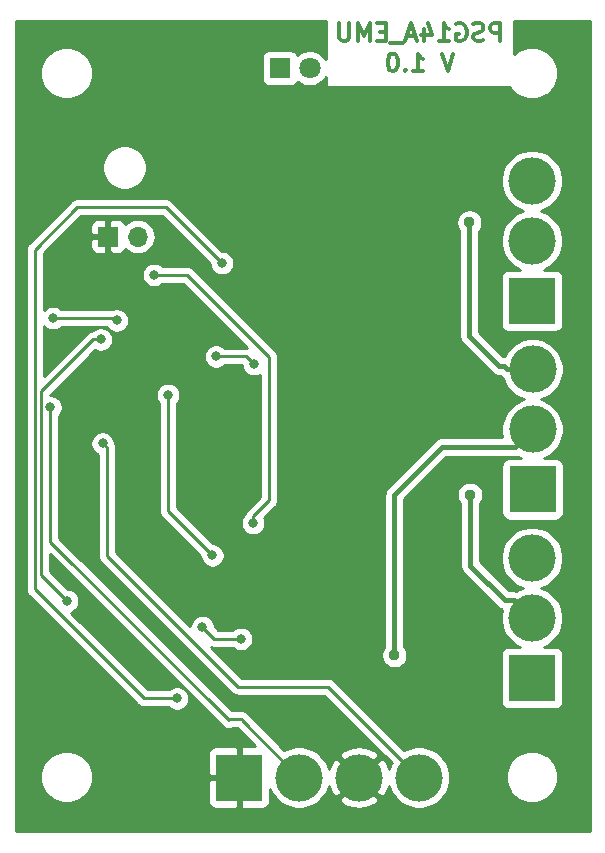
<source format=gbl>
G04 #@! TF.GenerationSoftware,KiCad,Pcbnew,5.0.0-fee4fd1~66~ubuntu16.04.1*
G04 #@! TF.CreationDate,2018-10-18T01:49:27+03:00*
G04 #@! TF.ProjectId,psg14_emu,70736731345F656D752E6B696361645F,rev?*
G04 #@! TF.SameCoordinates,Original*
G04 #@! TF.FileFunction,Copper,L2,Bot,Signal*
G04 #@! TF.FilePolarity,Positive*
%FSLAX46Y46*%
G04 Gerber Fmt 4.6, Leading zero omitted, Abs format (unit mm)*
G04 Created by KiCad (PCBNEW 5.0.0-fee4fd1~66~ubuntu16.04.1) date Thu Oct 18 01:49:27 2018*
%MOMM*%
%LPD*%
G01*
G04 APERTURE LIST*
G04 #@! TA.AperFunction,NonConductor*
%ADD10C,0.300000*%
G04 #@! TD*
G04 #@! TA.AperFunction,ComponentPad*
%ADD11C,4.000000*%
G04 #@! TD*
G04 #@! TA.AperFunction,ComponentPad*
%ADD12R,4.000000X4.000000*%
G04 #@! TD*
G04 #@! TA.AperFunction,ComponentPad*
%ADD13C,1.800000*%
G04 #@! TD*
G04 #@! TA.AperFunction,ComponentPad*
%ADD14R,1.800000X1.800000*%
G04 #@! TD*
G04 #@! TA.AperFunction,ComponentPad*
%ADD15O,1.700000X1.700000*%
G04 #@! TD*
G04 #@! TA.AperFunction,ComponentPad*
%ADD16R,1.700000X1.700000*%
G04 #@! TD*
G04 #@! TA.AperFunction,ViaPad*
%ADD17C,0.800000*%
G04 #@! TD*
G04 #@! TA.AperFunction,ViaPad*
%ADD18C,0.950000*%
G04 #@! TD*
G04 #@! TA.AperFunction,Conductor*
%ADD19C,0.250000*%
G04 #@! TD*
G04 #@! TA.AperFunction,Conductor*
%ADD20C,0.400000*%
G04 #@! TD*
G04 #@! TA.AperFunction,Conductor*
%ADD21C,0.254000*%
G04 #@! TD*
G04 APERTURE END LIST*
D10*
X101721428Y-22403571D02*
X101721428Y-20903571D01*
X101150000Y-20903571D01*
X101007142Y-20975000D01*
X100935714Y-21046428D01*
X100864285Y-21189285D01*
X100864285Y-21403571D01*
X100935714Y-21546428D01*
X101007142Y-21617857D01*
X101150000Y-21689285D01*
X101721428Y-21689285D01*
X100292857Y-22332142D02*
X100078571Y-22403571D01*
X99721428Y-22403571D01*
X99578571Y-22332142D01*
X99507142Y-22260714D01*
X99435714Y-22117857D01*
X99435714Y-21975000D01*
X99507142Y-21832142D01*
X99578571Y-21760714D01*
X99721428Y-21689285D01*
X100007142Y-21617857D01*
X100150000Y-21546428D01*
X100221428Y-21475000D01*
X100292857Y-21332142D01*
X100292857Y-21189285D01*
X100221428Y-21046428D01*
X100150000Y-20975000D01*
X100007142Y-20903571D01*
X99650000Y-20903571D01*
X99435714Y-20975000D01*
X98007142Y-20975000D02*
X98150000Y-20903571D01*
X98364285Y-20903571D01*
X98578571Y-20975000D01*
X98721428Y-21117857D01*
X98792857Y-21260714D01*
X98864285Y-21546428D01*
X98864285Y-21760714D01*
X98792857Y-22046428D01*
X98721428Y-22189285D01*
X98578571Y-22332142D01*
X98364285Y-22403571D01*
X98221428Y-22403571D01*
X98007142Y-22332142D01*
X97935714Y-22260714D01*
X97935714Y-21760714D01*
X98221428Y-21760714D01*
X96507142Y-22403571D02*
X97364285Y-22403571D01*
X96935714Y-22403571D02*
X96935714Y-20903571D01*
X97078571Y-21117857D01*
X97221428Y-21260714D01*
X97364285Y-21332142D01*
X95221428Y-21403571D02*
X95221428Y-22403571D01*
X95578571Y-20832142D02*
X95935714Y-21903571D01*
X95007142Y-21903571D01*
X94507142Y-21975000D02*
X93792857Y-21975000D01*
X94650000Y-22403571D02*
X94150000Y-20903571D01*
X93650000Y-22403571D01*
X93507142Y-22546428D02*
X92364285Y-22546428D01*
X92007142Y-21617857D02*
X91507142Y-21617857D01*
X91292857Y-22403571D02*
X92007142Y-22403571D01*
X92007142Y-20903571D01*
X91292857Y-20903571D01*
X90650000Y-22403571D02*
X90650000Y-20903571D01*
X90150000Y-21975000D01*
X89650000Y-20903571D01*
X89650000Y-22403571D01*
X88935714Y-20903571D02*
X88935714Y-22117857D01*
X88864285Y-22260714D01*
X88792857Y-22332142D01*
X88650000Y-22403571D01*
X88364285Y-22403571D01*
X88221428Y-22332142D01*
X88150000Y-22260714D01*
X88078571Y-22117857D01*
X88078571Y-20903571D01*
X97757142Y-23453571D02*
X97257142Y-24953571D01*
X96757142Y-23453571D01*
X94328571Y-24953571D02*
X95185714Y-24953571D01*
X94757142Y-24953571D02*
X94757142Y-23453571D01*
X94900000Y-23667857D01*
X95042857Y-23810714D01*
X95185714Y-23882142D01*
X93685714Y-24810714D02*
X93614285Y-24882142D01*
X93685714Y-24953571D01*
X93757142Y-24882142D01*
X93685714Y-24810714D01*
X93685714Y-24953571D01*
X92685714Y-23453571D02*
X92542857Y-23453571D01*
X92400000Y-23525000D01*
X92328571Y-23596428D01*
X92257142Y-23739285D01*
X92185714Y-24025000D01*
X92185714Y-24382142D01*
X92257142Y-24667857D01*
X92328571Y-24810714D01*
X92400000Y-24882142D01*
X92542857Y-24953571D01*
X92685714Y-24953571D01*
X92828571Y-24882142D01*
X92900000Y-24810714D01*
X92971428Y-24667857D01*
X93042857Y-24382142D01*
X93042857Y-24025000D01*
X92971428Y-23739285D01*
X92900000Y-23596428D01*
X92828571Y-23525000D01*
X92685714Y-23453571D01*
D11*
G04 #@! TO.P,J4,3*
G04 #@! TO.N,/OUT0*
X104400000Y-34220000D03*
G04 #@! TO.P,J4,2*
G04 #@! TO.N,/OUT1*
X104400000Y-39300000D03*
D12*
G04 #@! TO.P,J4,1*
G04 #@! TO.N,/OUT2*
X104400000Y-44380000D03*
G04 #@! TD*
G04 #@! TO.P,J5,1*
G04 #@! TO.N,/OUT5*
X104450000Y-60350000D03*
D11*
G04 #@! TO.P,J5,2*
G04 #@! TO.N,/OUT4*
X104450000Y-55270000D03*
G04 #@! TO.P,J5,3*
G04 #@! TO.N,/OUT3*
X104450000Y-50190000D03*
G04 #@! TD*
G04 #@! TO.P,J6,3*
G04 #@! TO.N,/OUT6*
X104400000Y-66160000D03*
G04 #@! TO.P,J6,2*
G04 #@! TO.N,/OUT7*
X104400000Y-71240000D03*
D12*
G04 #@! TO.P,J6,1*
G04 #@! TO.N,/GND_O*
X104400000Y-76320000D03*
G04 #@! TD*
D11*
G04 #@! TO.P,J1,4*
G04 #@! TO.N,/B1*
X94840000Y-84750000D03*
D12*
G04 #@! TO.P,J1,1*
G04 #@! TO.N,-BATT*
X79600000Y-84750000D03*
D11*
G04 #@! TO.P,J1,3*
X89760000Y-84750000D03*
G04 #@! TO.P,J1,2*
G04 #@! TO.N,/B0*
X84680000Y-84750000D03*
G04 #@! TD*
D13*
G04 #@! TO.P,D1,2*
G04 #@! TO.N,Net-(D1-Pad2)*
X85590000Y-24700000D03*
D14*
G04 #@! TO.P,D1,1*
G04 #@! TO.N,Net-(D1-Pad1)*
X83050000Y-24700000D03*
G04 #@! TD*
D15*
G04 #@! TO.P,J2,2*
G04 #@! TO.N,+BATT*
X71040000Y-38950000D03*
D16*
G04 #@! TO.P,J2,1*
G04 #@! TO.N,-BATT*
X68500000Y-38950000D03*
G04 #@! TD*
D17*
G04 #@! TO.N,/NRST*
X77350000Y-65950000D03*
X73600000Y-52350000D03*
G04 #@! TO.N,-BATT*
X80250000Y-55650000D03*
X72000000Y-50400000D03*
X73150000Y-68300000D03*
X78000000Y-62450000D03*
G04 #@! TO.N,/B0*
X63625010Y-53400000D03*
G04 #@! TO.N,/DO2*
X80850000Y-49750000D03*
X77650000Y-49100000D03*
G04 #@! TO.N,/DO7*
X80800000Y-63200000D03*
X72400000Y-42200000D03*
G04 #@! TO.N,/DO5*
X63850000Y-45850000D03*
X69250000Y-46050000D03*
G04 #@! TO.N,/DO6*
X67900000Y-47650000D03*
X65050000Y-69800000D03*
X76500000Y-72000000D03*
X79750000Y-73000000D03*
G04 #@! TO.N,/DO4*
X78150000Y-41200000D03*
X74350000Y-78050000D03*
G04 #@! TO.N,/B1*
X68050000Y-56450000D03*
D18*
G04 #@! TO.N,/OUT7*
X99150000Y-60800000D03*
G04 #@! TO.N,/OUT3*
X99100000Y-37750000D03*
G04 #@! TO.N,/OUT4*
X92750000Y-74400000D03*
G04 #@! TD*
D19*
G04 #@! TO.N,/NRST*
X77350000Y-65950000D02*
X73600000Y-62200000D01*
X73600000Y-62200000D02*
X73600000Y-52350000D01*
G04 #@! TO.N,-BATT*
X73150000Y-68300000D02*
X76850000Y-68300000D01*
X76850000Y-68300000D02*
X78900000Y-66250000D01*
X80250000Y-55650000D02*
X78900000Y-54300000D01*
X78900000Y-54300000D02*
X75000000Y-50400000D01*
X68500000Y-40050000D02*
X72850000Y-44400000D01*
X68500000Y-38950000D02*
X68500000Y-40050000D01*
X72850000Y-44400000D02*
X72850000Y-49500000D01*
X73350000Y-50000000D02*
X73350000Y-50400000D01*
X72850000Y-49500000D02*
X73350000Y-50000000D01*
X75000000Y-50400000D02*
X73350000Y-50400000D01*
X73350000Y-50400000D02*
X72000000Y-50400000D01*
X78700000Y-63150000D02*
X78900000Y-63150000D01*
X78000000Y-62450000D02*
X78700000Y-63150000D01*
X78900000Y-66250000D02*
X78900000Y-63150000D01*
X78900000Y-63150000D02*
X78900000Y-54300000D01*
G04 #@! TO.N,/B0*
X78650000Y-79800000D02*
X79850000Y-79800000D01*
X78650000Y-79800000D02*
X78750000Y-79900000D01*
X79850000Y-79920000D02*
X84680000Y-84750000D01*
X79850000Y-79800000D02*
X79850000Y-79920000D01*
X78650000Y-79800000D02*
X63625010Y-64775010D01*
X63625010Y-64775010D02*
X63625010Y-53965685D01*
X63625010Y-53965685D02*
X63625010Y-53400000D01*
G04 #@! TO.N,/DO2*
X80200000Y-49100000D02*
X77650000Y-49100000D01*
X80850000Y-49750000D02*
X80200000Y-49100000D01*
G04 #@! TO.N,/DO7*
X80800000Y-62634315D02*
X82150000Y-61284315D01*
X80800000Y-63200000D02*
X80800000Y-62634315D01*
X82150000Y-61284315D02*
X82150000Y-49150000D01*
X82150000Y-49150000D02*
X75200000Y-42200000D01*
X75200000Y-42200000D02*
X72400000Y-42200000D01*
G04 #@! TO.N,/DO5*
X63850000Y-45850000D02*
X69050000Y-45850000D01*
X69050000Y-45850000D02*
X69250000Y-46050000D01*
G04 #@! TO.N,/DO6*
X67900000Y-47650000D02*
X67334315Y-47650000D01*
X67334315Y-47650000D02*
X67250000Y-47650000D01*
X67250000Y-47650000D02*
X62850000Y-52050000D01*
X62850000Y-52050000D02*
X62850000Y-67600000D01*
X62850000Y-67600000D02*
X65050000Y-69800000D01*
X76500000Y-72000000D02*
X77500000Y-73000000D01*
X77500000Y-73000000D02*
X79750000Y-73000000D01*
G04 #@! TO.N,/DO4*
X73400000Y-36450000D02*
X65900000Y-36450000D01*
X65900000Y-36450000D02*
X62299989Y-40050011D01*
X62299989Y-40050011D02*
X62299989Y-68807111D01*
X62299989Y-68807111D02*
X71542878Y-78050000D01*
X73784315Y-78050000D02*
X74350000Y-78050000D01*
X78150000Y-41200000D02*
X73400000Y-36450000D01*
X71542878Y-78050000D02*
X73784315Y-78050000D01*
G04 #@! TO.N,/B1*
X68449999Y-56849999D02*
X68449999Y-65999999D01*
X68050000Y-56450000D02*
X68449999Y-56849999D01*
X68449999Y-65999999D02*
X79500000Y-77050000D01*
X87140000Y-77050000D02*
X94840000Y-84750000D01*
X79500000Y-77050000D02*
X87140000Y-77050000D01*
D20*
G04 #@! TO.N,/OUT7*
X102900001Y-69740001D02*
X102090001Y-69740001D01*
X104400000Y-71240000D02*
X102900001Y-69740001D01*
X102090001Y-69740001D02*
X99150000Y-66800000D01*
X99150000Y-66800000D02*
X99150000Y-60800000D01*
G04 #@! TO.N,/OUT3*
X102328680Y-50190000D02*
X102038680Y-49900000D01*
X104450000Y-50190000D02*
X102328680Y-50190000D01*
X102038680Y-49900000D02*
X101600000Y-49900000D01*
X101600000Y-49900000D02*
X99100000Y-47400000D01*
X99100000Y-47400000D02*
X99100000Y-37750000D01*
G04 #@! TO.N,/OUT4*
X102950001Y-56769999D02*
X96780001Y-56769999D01*
X104450000Y-55270000D02*
X102950001Y-56769999D01*
X96780001Y-56769999D02*
X92750000Y-60800000D01*
X92750000Y-60800000D02*
X92750000Y-74400000D01*
G04 #@! TD*
D21*
G04 #@! TO.N,-BATT*
G36*
X86936429Y-23952147D02*
X86782312Y-23721495D01*
X86568505Y-23507688D01*
X86317095Y-23339701D01*
X86037743Y-23223989D01*
X85741184Y-23165000D01*
X85438816Y-23165000D01*
X85142257Y-23223989D01*
X84862905Y-23339701D01*
X84611495Y-23507688D01*
X84545056Y-23574127D01*
X84539502Y-23555820D01*
X84480537Y-23445506D01*
X84401185Y-23348815D01*
X84304494Y-23269463D01*
X84194180Y-23210498D01*
X84074482Y-23174188D01*
X83950000Y-23161928D01*
X82150000Y-23161928D01*
X82025518Y-23174188D01*
X81905820Y-23210498D01*
X81795506Y-23269463D01*
X81698815Y-23348815D01*
X81619463Y-23445506D01*
X81560498Y-23555820D01*
X81524188Y-23675518D01*
X81511928Y-23800000D01*
X81511928Y-25600000D01*
X81524188Y-25724482D01*
X81560498Y-25844180D01*
X81619463Y-25954494D01*
X81698815Y-26051185D01*
X81795506Y-26130537D01*
X81905820Y-26189502D01*
X82025518Y-26225812D01*
X82150000Y-26238072D01*
X83950000Y-26238072D01*
X84074482Y-26225812D01*
X84194180Y-26189502D01*
X84304494Y-26130537D01*
X84401185Y-26051185D01*
X84480537Y-25954494D01*
X84539502Y-25844180D01*
X84545056Y-25825873D01*
X84611495Y-25892312D01*
X84862905Y-26060299D01*
X85142257Y-26176011D01*
X85438816Y-26235000D01*
X85741184Y-26235000D01*
X86037743Y-26176011D01*
X86317095Y-26060299D01*
X86568505Y-25892312D01*
X86782312Y-25678505D01*
X86936429Y-25447853D01*
X86936429Y-26305000D01*
X102517144Y-26305000D01*
X102663962Y-26524729D01*
X102975271Y-26836038D01*
X103341331Y-27080631D01*
X103748075Y-27249110D01*
X104179872Y-27335000D01*
X104620128Y-27335000D01*
X105051925Y-27249110D01*
X105458669Y-27080631D01*
X105824729Y-26836038D01*
X106136038Y-26524729D01*
X106380631Y-26158669D01*
X106549110Y-25751925D01*
X106635000Y-25320128D01*
X106635000Y-24879872D01*
X106549110Y-24448075D01*
X106380631Y-24041331D01*
X106136038Y-23675271D01*
X105824729Y-23363962D01*
X105458669Y-23119369D01*
X105051925Y-22950890D01*
X104620128Y-22865000D01*
X104179872Y-22865000D01*
X103748075Y-22950890D01*
X103341331Y-23119369D01*
X102975271Y-23363962D01*
X102863572Y-23475661D01*
X102863572Y-20710000D01*
X109290001Y-20710000D01*
X109290000Y-89290000D01*
X60710000Y-89290000D01*
X60710000Y-84479872D01*
X62765000Y-84479872D01*
X62765000Y-84920128D01*
X62850890Y-85351925D01*
X63019369Y-85758669D01*
X63263962Y-86124729D01*
X63575271Y-86436038D01*
X63941331Y-86680631D01*
X64348075Y-86849110D01*
X64779872Y-86935000D01*
X65220128Y-86935000D01*
X65651925Y-86849110D01*
X66058669Y-86680631D01*
X66424729Y-86436038D01*
X66736038Y-86124729D01*
X66980631Y-85758669D01*
X67149110Y-85351925D01*
X67212001Y-85035750D01*
X76965000Y-85035750D01*
X76965000Y-86812542D01*
X76989403Y-86935223D01*
X77037270Y-87050785D01*
X77106763Y-87154789D01*
X77195211Y-87243237D01*
X77299215Y-87312730D01*
X77414777Y-87360597D01*
X77537458Y-87385000D01*
X79314250Y-87385000D01*
X79473000Y-87226250D01*
X79473000Y-84877000D01*
X77123750Y-84877000D01*
X76965000Y-85035750D01*
X67212001Y-85035750D01*
X67235000Y-84920128D01*
X67235000Y-84479872D01*
X67149110Y-84048075D01*
X66980631Y-83641331D01*
X66736038Y-83275271D01*
X66424729Y-82963962D01*
X66058669Y-82719369D01*
X65981630Y-82687458D01*
X76965000Y-82687458D01*
X76965000Y-84464250D01*
X77123750Y-84623000D01*
X79473000Y-84623000D01*
X79473000Y-82273750D01*
X79314250Y-82115000D01*
X77537458Y-82115000D01*
X77414777Y-82139403D01*
X77299215Y-82187270D01*
X77195211Y-82256763D01*
X77106763Y-82345211D01*
X77037270Y-82449215D01*
X76989403Y-82564777D01*
X76965000Y-82687458D01*
X65981630Y-82687458D01*
X65651925Y-82550890D01*
X65220128Y-82465000D01*
X64779872Y-82465000D01*
X64348075Y-82550890D01*
X63941331Y-82719369D01*
X63575271Y-82963962D01*
X63263962Y-83275271D01*
X63019369Y-83641331D01*
X62850890Y-84048075D01*
X62765000Y-84479872D01*
X60710000Y-84479872D01*
X60710000Y-40050011D01*
X61536313Y-40050011D01*
X61539989Y-40087333D01*
X61539990Y-68769778D01*
X61536313Y-68807111D01*
X61550987Y-68956096D01*
X61594443Y-69099357D01*
X61665015Y-69231387D01*
X61699869Y-69273856D01*
X61759989Y-69347112D01*
X61788987Y-69370910D01*
X70979079Y-78561003D01*
X71002877Y-78590001D01*
X71031875Y-78613799D01*
X71118601Y-78684974D01*
X71250631Y-78755546D01*
X71393892Y-78799003D01*
X71505545Y-78810000D01*
X71505555Y-78810000D01*
X71542878Y-78813676D01*
X71580200Y-78810000D01*
X73646289Y-78810000D01*
X73690226Y-78853937D01*
X73859744Y-78967205D01*
X74048102Y-79045226D01*
X74248061Y-79085000D01*
X74451939Y-79085000D01*
X74651898Y-79045226D01*
X74840256Y-78967205D01*
X75009774Y-78853937D01*
X75153937Y-78709774D01*
X75267205Y-78540256D01*
X75345226Y-78351898D01*
X75385000Y-78151939D01*
X75385000Y-77948061D01*
X75345226Y-77748102D01*
X75267205Y-77559744D01*
X75153937Y-77390226D01*
X75009774Y-77246063D01*
X74840256Y-77132795D01*
X74651898Y-77054774D01*
X74451939Y-77015000D01*
X74248061Y-77015000D01*
X74048102Y-77054774D01*
X73859744Y-77132795D01*
X73690226Y-77246063D01*
X73646289Y-77290000D01*
X71857680Y-77290000D01*
X65359681Y-70792002D01*
X65540256Y-70717205D01*
X65709774Y-70603937D01*
X65853937Y-70459774D01*
X65967205Y-70290256D01*
X66045226Y-70101898D01*
X66085000Y-69901939D01*
X66085000Y-69698061D01*
X66045226Y-69498102D01*
X65967205Y-69309744D01*
X65853937Y-69140226D01*
X65709774Y-68996063D01*
X65540256Y-68882795D01*
X65351898Y-68804774D01*
X65151939Y-68765000D01*
X65089802Y-68765000D01*
X63610000Y-67285199D01*
X63610000Y-65834801D01*
X78086200Y-80311002D01*
X78109999Y-80340001D01*
X78139003Y-80363804D01*
X78238998Y-80463799D01*
X78325724Y-80534973D01*
X78457754Y-80605545D01*
X78601014Y-80649002D01*
X78749999Y-80663676D01*
X78898985Y-80649002D01*
X79042246Y-80605545D01*
X79127453Y-80560000D01*
X79415199Y-80560000D01*
X80970199Y-82115000D01*
X79885750Y-82115000D01*
X79727000Y-82273750D01*
X79727000Y-84623000D01*
X79747000Y-84623000D01*
X79747000Y-84877000D01*
X79727000Y-84877000D01*
X79727000Y-87226250D01*
X79885750Y-87385000D01*
X81662542Y-87385000D01*
X81785223Y-87360597D01*
X81900785Y-87312730D01*
X82004789Y-87243237D01*
X82093237Y-87154789D01*
X82162730Y-87050785D01*
X82210597Y-86935223D01*
X82235000Y-86812542D01*
X82235000Y-85732836D01*
X82344893Y-85998141D01*
X82633262Y-86429715D01*
X83000285Y-86796738D01*
X83431859Y-87085107D01*
X83911399Y-87283739D01*
X84420475Y-87385000D01*
X84939525Y-87385000D01*
X85448601Y-87283739D01*
X85928141Y-87085107D01*
X86359715Y-86796738D01*
X86558954Y-86597499D01*
X88092106Y-86597499D01*
X88308228Y-86964258D01*
X88768105Y-87204938D01*
X89266098Y-87351275D01*
X89783071Y-87397648D01*
X90299159Y-87342273D01*
X90794526Y-87187279D01*
X91211772Y-86964258D01*
X91427894Y-86597499D01*
X89760000Y-84929605D01*
X88092106Y-86597499D01*
X86558954Y-86597499D01*
X86726738Y-86429715D01*
X87015107Y-85998141D01*
X87213739Y-85518601D01*
X87223757Y-85468235D01*
X87322721Y-85784526D01*
X87545742Y-86201772D01*
X87912501Y-86417894D01*
X89580395Y-84750000D01*
X87912501Y-83082106D01*
X87545742Y-83298228D01*
X87305062Y-83758105D01*
X87224116Y-84033568D01*
X87213739Y-83981399D01*
X87015107Y-83501859D01*
X86726738Y-83070285D01*
X86558954Y-82902501D01*
X88092106Y-82902501D01*
X89760000Y-84570395D01*
X91427894Y-82902501D01*
X91211772Y-82535742D01*
X90751895Y-82295062D01*
X90253902Y-82148725D01*
X89736929Y-82102352D01*
X89220841Y-82157727D01*
X88725474Y-82312721D01*
X88308228Y-82535742D01*
X88092106Y-82902501D01*
X86558954Y-82902501D01*
X86359715Y-82703262D01*
X85928141Y-82414893D01*
X85448601Y-82216261D01*
X84939525Y-82115000D01*
X84420475Y-82115000D01*
X83911399Y-82216261D01*
X83431859Y-82414893D01*
X83424567Y-82419765D01*
X80574266Y-79569465D01*
X80555546Y-79507753D01*
X80484974Y-79375724D01*
X80390001Y-79259999D01*
X80274276Y-79165026D01*
X80142247Y-79094454D01*
X79998986Y-79050997D01*
X79887333Y-79040000D01*
X79850000Y-79036323D01*
X79812667Y-79040000D01*
X78964802Y-79040000D01*
X64385010Y-64460209D01*
X64385010Y-56348061D01*
X67015000Y-56348061D01*
X67015000Y-56551939D01*
X67054774Y-56751898D01*
X67132795Y-56940256D01*
X67246063Y-57109774D01*
X67390226Y-57253937D01*
X67559744Y-57367205D01*
X67689999Y-57421159D01*
X67690000Y-65962667D01*
X67686323Y-65999999D01*
X67690000Y-66037332D01*
X67696073Y-66098986D01*
X67700997Y-66148984D01*
X67744453Y-66292245D01*
X67815025Y-66424275D01*
X67859867Y-66478914D01*
X67909999Y-66540000D01*
X67938997Y-66563798D01*
X78936200Y-77561002D01*
X78959999Y-77590001D01*
X79075724Y-77684974D01*
X79207753Y-77755546D01*
X79351014Y-77799003D01*
X79462667Y-77810000D01*
X79462676Y-77810000D01*
X79499999Y-77813676D01*
X79537322Y-77810000D01*
X86825199Y-77810000D01*
X92509765Y-83494568D01*
X92504893Y-83501859D01*
X92306261Y-83981399D01*
X92296243Y-84031765D01*
X92197279Y-83715474D01*
X91974258Y-83298228D01*
X91607499Y-83082106D01*
X89939605Y-84750000D01*
X91607499Y-86417894D01*
X91974258Y-86201772D01*
X92214938Y-85741895D01*
X92295884Y-85466432D01*
X92306261Y-85518601D01*
X92504893Y-85998141D01*
X92793262Y-86429715D01*
X93160285Y-86796738D01*
X93591859Y-87085107D01*
X94071399Y-87283739D01*
X94580475Y-87385000D01*
X95099525Y-87385000D01*
X95608601Y-87283739D01*
X96088141Y-87085107D01*
X96519715Y-86796738D01*
X96886738Y-86429715D01*
X97175107Y-85998141D01*
X97373739Y-85518601D01*
X97475000Y-85009525D01*
X97475000Y-84490475D01*
X97472891Y-84479872D01*
X102165000Y-84479872D01*
X102165000Y-84920128D01*
X102250890Y-85351925D01*
X102419369Y-85758669D01*
X102663962Y-86124729D01*
X102975271Y-86436038D01*
X103341331Y-86680631D01*
X103748075Y-86849110D01*
X104179872Y-86935000D01*
X104620128Y-86935000D01*
X105051925Y-86849110D01*
X105458669Y-86680631D01*
X105824729Y-86436038D01*
X106136038Y-86124729D01*
X106380631Y-85758669D01*
X106549110Y-85351925D01*
X106635000Y-84920128D01*
X106635000Y-84479872D01*
X106549110Y-84048075D01*
X106380631Y-83641331D01*
X106136038Y-83275271D01*
X105824729Y-82963962D01*
X105458669Y-82719369D01*
X105051925Y-82550890D01*
X104620128Y-82465000D01*
X104179872Y-82465000D01*
X103748075Y-82550890D01*
X103341331Y-82719369D01*
X102975271Y-82963962D01*
X102663962Y-83275271D01*
X102419369Y-83641331D01*
X102250890Y-84048075D01*
X102165000Y-84479872D01*
X97472891Y-84479872D01*
X97373739Y-83981399D01*
X97175107Y-83501859D01*
X96886738Y-83070285D01*
X96519715Y-82703262D01*
X96088141Y-82414893D01*
X95608601Y-82216261D01*
X95099525Y-82115000D01*
X94580475Y-82115000D01*
X94071399Y-82216261D01*
X93591859Y-82414893D01*
X93584568Y-82419765D01*
X87703804Y-76539003D01*
X87680001Y-76509999D01*
X87564276Y-76415026D01*
X87432247Y-76344454D01*
X87288986Y-76300997D01*
X87177333Y-76290000D01*
X87177322Y-76290000D01*
X87140000Y-76286324D01*
X87102678Y-76290000D01*
X79814802Y-76290000D01*
X77815477Y-74290675D01*
X91640000Y-74290675D01*
X91640000Y-74509325D01*
X91682657Y-74723775D01*
X91766331Y-74925782D01*
X91887807Y-75107584D01*
X92042416Y-75262193D01*
X92224218Y-75383669D01*
X92426225Y-75467343D01*
X92640675Y-75510000D01*
X92859325Y-75510000D01*
X93073775Y-75467343D01*
X93275782Y-75383669D01*
X93457584Y-75262193D01*
X93612193Y-75107584D01*
X93733669Y-74925782D01*
X93817343Y-74723775D01*
X93860000Y-74509325D01*
X93860000Y-74290675D01*
X93817343Y-74076225D01*
X93733669Y-73874218D01*
X93612193Y-73692416D01*
X93585000Y-73665223D01*
X93585000Y-61145867D01*
X94040192Y-60690675D01*
X98040000Y-60690675D01*
X98040000Y-60909325D01*
X98082657Y-61123775D01*
X98166331Y-61325782D01*
X98287807Y-61507584D01*
X98315001Y-61534778D01*
X98315000Y-66758981D01*
X98310960Y-66800000D01*
X98315000Y-66841018D01*
X98327082Y-66963688D01*
X98374828Y-67121086D01*
X98452364Y-67266145D01*
X98556709Y-67393291D01*
X98588579Y-67419446D01*
X101470560Y-70301428D01*
X101496710Y-70333292D01*
X101623855Y-70437637D01*
X101768914Y-70515173D01*
X101852510Y-70540531D01*
X101765000Y-70980475D01*
X101765000Y-71499525D01*
X101866261Y-72008601D01*
X102064893Y-72488141D01*
X102353262Y-72919715D01*
X102720285Y-73286738D01*
X103151859Y-73575107D01*
X103409748Y-73681928D01*
X102400000Y-73681928D01*
X102275518Y-73694188D01*
X102155820Y-73730498D01*
X102045506Y-73789463D01*
X101948815Y-73868815D01*
X101869463Y-73965506D01*
X101810498Y-74075820D01*
X101774188Y-74195518D01*
X101761928Y-74320000D01*
X101761928Y-78320000D01*
X101774188Y-78444482D01*
X101810498Y-78564180D01*
X101869463Y-78674494D01*
X101948815Y-78771185D01*
X102045506Y-78850537D01*
X102155820Y-78909502D01*
X102275518Y-78945812D01*
X102400000Y-78958072D01*
X106400000Y-78958072D01*
X106524482Y-78945812D01*
X106644180Y-78909502D01*
X106754494Y-78850537D01*
X106851185Y-78771185D01*
X106930537Y-78674494D01*
X106989502Y-78564180D01*
X107025812Y-78444482D01*
X107038072Y-78320000D01*
X107038072Y-74320000D01*
X107025812Y-74195518D01*
X106989502Y-74075820D01*
X106930537Y-73965506D01*
X106851185Y-73868815D01*
X106754494Y-73789463D01*
X106644180Y-73730498D01*
X106524482Y-73694188D01*
X106400000Y-73681928D01*
X105390252Y-73681928D01*
X105648141Y-73575107D01*
X106079715Y-73286738D01*
X106446738Y-72919715D01*
X106735107Y-72488141D01*
X106933739Y-72008601D01*
X107035000Y-71499525D01*
X107035000Y-70980475D01*
X106933739Y-70471399D01*
X106735107Y-69991859D01*
X106446738Y-69560285D01*
X106079715Y-69193262D01*
X105648141Y-68904893D01*
X105168601Y-68706261D01*
X105137125Y-68700000D01*
X105168601Y-68693739D01*
X105648141Y-68495107D01*
X106079715Y-68206738D01*
X106446738Y-67839715D01*
X106735107Y-67408141D01*
X106933739Y-66928601D01*
X107035000Y-66419525D01*
X107035000Y-65900475D01*
X106933739Y-65391399D01*
X106735107Y-64911859D01*
X106446738Y-64480285D01*
X106079715Y-64113262D01*
X105648141Y-63824893D01*
X105168601Y-63626261D01*
X104659525Y-63525000D01*
X104140475Y-63525000D01*
X103631399Y-63626261D01*
X103151859Y-63824893D01*
X102720285Y-64113262D01*
X102353262Y-64480285D01*
X102064893Y-64911859D01*
X101866261Y-65391399D01*
X101765000Y-65900475D01*
X101765000Y-66419525D01*
X101866261Y-66928601D01*
X102064893Y-67408141D01*
X102353262Y-67839715D01*
X102720285Y-68206738D01*
X103151859Y-68495107D01*
X103631399Y-68693739D01*
X103662875Y-68700000D01*
X103631399Y-68706261D01*
X103151859Y-68904893D01*
X103111782Y-68931672D01*
X103063690Y-68917083D01*
X102941020Y-68905001D01*
X102941019Y-68905001D01*
X102900001Y-68900961D01*
X102858983Y-68905001D01*
X102435869Y-68905001D01*
X99985000Y-66454133D01*
X99985000Y-61534777D01*
X100012193Y-61507584D01*
X100133669Y-61325782D01*
X100217343Y-61123775D01*
X100260000Y-60909325D01*
X100260000Y-60690675D01*
X100217343Y-60476225D01*
X100133669Y-60274218D01*
X100012193Y-60092416D01*
X99857584Y-59937807D01*
X99675782Y-59816331D01*
X99473775Y-59732657D01*
X99259325Y-59690000D01*
X99040675Y-59690000D01*
X98826225Y-59732657D01*
X98624218Y-59816331D01*
X98442416Y-59937807D01*
X98287807Y-60092416D01*
X98166331Y-60274218D01*
X98082657Y-60476225D01*
X98040000Y-60690675D01*
X94040192Y-60690675D01*
X97125869Y-57604999D01*
X102908983Y-57604999D01*
X102950001Y-57609039D01*
X102991019Y-57604999D01*
X102991020Y-57604999D01*
X103113690Y-57592917D01*
X103161782Y-57578328D01*
X103201859Y-57605107D01*
X103459748Y-57711928D01*
X102450000Y-57711928D01*
X102325518Y-57724188D01*
X102205820Y-57760498D01*
X102095506Y-57819463D01*
X101998815Y-57898815D01*
X101919463Y-57995506D01*
X101860498Y-58105820D01*
X101824188Y-58225518D01*
X101811928Y-58350000D01*
X101811928Y-62350000D01*
X101824188Y-62474482D01*
X101860498Y-62594180D01*
X101919463Y-62704494D01*
X101998815Y-62801185D01*
X102095506Y-62880537D01*
X102205820Y-62939502D01*
X102325518Y-62975812D01*
X102450000Y-62988072D01*
X106450000Y-62988072D01*
X106574482Y-62975812D01*
X106694180Y-62939502D01*
X106804494Y-62880537D01*
X106901185Y-62801185D01*
X106980537Y-62704494D01*
X107039502Y-62594180D01*
X107075812Y-62474482D01*
X107088072Y-62350000D01*
X107088072Y-58350000D01*
X107075812Y-58225518D01*
X107039502Y-58105820D01*
X106980537Y-57995506D01*
X106901185Y-57898815D01*
X106804494Y-57819463D01*
X106694180Y-57760498D01*
X106574482Y-57724188D01*
X106450000Y-57711928D01*
X105440252Y-57711928D01*
X105698141Y-57605107D01*
X106129715Y-57316738D01*
X106496738Y-56949715D01*
X106785107Y-56518141D01*
X106983739Y-56038601D01*
X107085000Y-55529525D01*
X107085000Y-55010475D01*
X106983739Y-54501399D01*
X106785107Y-54021859D01*
X106496738Y-53590285D01*
X106129715Y-53223262D01*
X105698141Y-52934893D01*
X105218601Y-52736261D01*
X105187125Y-52730000D01*
X105218601Y-52723739D01*
X105698141Y-52525107D01*
X106129715Y-52236738D01*
X106496738Y-51869715D01*
X106785107Y-51438141D01*
X106983739Y-50958601D01*
X107085000Y-50449525D01*
X107085000Y-49930475D01*
X106983739Y-49421399D01*
X106785107Y-48941859D01*
X106496738Y-48510285D01*
X106129715Y-48143262D01*
X105698141Y-47854893D01*
X105218601Y-47656261D01*
X104709525Y-47555000D01*
X104190475Y-47555000D01*
X103681399Y-47656261D01*
X103201859Y-47854893D01*
X102770285Y-48143262D01*
X102403262Y-48510285D01*
X102114893Y-48941859D01*
X102064506Y-49063504D01*
X102038680Y-49060960D01*
X101997662Y-49065000D01*
X101945869Y-49065000D01*
X99935000Y-47054133D01*
X99935000Y-42380000D01*
X101761928Y-42380000D01*
X101761928Y-46380000D01*
X101774188Y-46504482D01*
X101810498Y-46624180D01*
X101869463Y-46734494D01*
X101948815Y-46831185D01*
X102045506Y-46910537D01*
X102155820Y-46969502D01*
X102275518Y-47005812D01*
X102400000Y-47018072D01*
X106400000Y-47018072D01*
X106524482Y-47005812D01*
X106644180Y-46969502D01*
X106754494Y-46910537D01*
X106851185Y-46831185D01*
X106930537Y-46734494D01*
X106989502Y-46624180D01*
X107025812Y-46504482D01*
X107038072Y-46380000D01*
X107038072Y-42380000D01*
X107025812Y-42255518D01*
X106989502Y-42135820D01*
X106930537Y-42025506D01*
X106851185Y-41928815D01*
X106754494Y-41849463D01*
X106644180Y-41790498D01*
X106524482Y-41754188D01*
X106400000Y-41741928D01*
X105390252Y-41741928D01*
X105648141Y-41635107D01*
X106079715Y-41346738D01*
X106446738Y-40979715D01*
X106735107Y-40548141D01*
X106933739Y-40068601D01*
X107035000Y-39559525D01*
X107035000Y-39040475D01*
X106933739Y-38531399D01*
X106735107Y-38051859D01*
X106446738Y-37620285D01*
X106079715Y-37253262D01*
X105648141Y-36964893D01*
X105168601Y-36766261D01*
X105137125Y-36760000D01*
X105168601Y-36753739D01*
X105648141Y-36555107D01*
X106079715Y-36266738D01*
X106446738Y-35899715D01*
X106735107Y-35468141D01*
X106933739Y-34988601D01*
X107035000Y-34479525D01*
X107035000Y-33960475D01*
X106933739Y-33451399D01*
X106735107Y-32971859D01*
X106446738Y-32540285D01*
X106079715Y-32173262D01*
X105648141Y-31884893D01*
X105168601Y-31686261D01*
X104659525Y-31585000D01*
X104140475Y-31585000D01*
X103631399Y-31686261D01*
X103151859Y-31884893D01*
X102720285Y-32173262D01*
X102353262Y-32540285D01*
X102064893Y-32971859D01*
X101866261Y-33451399D01*
X101765000Y-33960475D01*
X101765000Y-34479525D01*
X101866261Y-34988601D01*
X102064893Y-35468141D01*
X102353262Y-35899715D01*
X102720285Y-36266738D01*
X103151859Y-36555107D01*
X103631399Y-36753739D01*
X103662875Y-36760000D01*
X103631399Y-36766261D01*
X103151859Y-36964893D01*
X102720285Y-37253262D01*
X102353262Y-37620285D01*
X102064893Y-38051859D01*
X101866261Y-38531399D01*
X101765000Y-39040475D01*
X101765000Y-39559525D01*
X101866261Y-40068601D01*
X102064893Y-40548141D01*
X102353262Y-40979715D01*
X102720285Y-41346738D01*
X103151859Y-41635107D01*
X103409748Y-41741928D01*
X102400000Y-41741928D01*
X102275518Y-41754188D01*
X102155820Y-41790498D01*
X102045506Y-41849463D01*
X101948815Y-41928815D01*
X101869463Y-42025506D01*
X101810498Y-42135820D01*
X101774188Y-42255518D01*
X101761928Y-42380000D01*
X99935000Y-42380000D01*
X99935000Y-38484777D01*
X99962193Y-38457584D01*
X100083669Y-38275782D01*
X100167343Y-38073775D01*
X100210000Y-37859325D01*
X100210000Y-37640675D01*
X100167343Y-37426225D01*
X100083669Y-37224218D01*
X99962193Y-37042416D01*
X99807584Y-36887807D01*
X99625782Y-36766331D01*
X99423775Y-36682657D01*
X99209325Y-36640000D01*
X98990675Y-36640000D01*
X98776225Y-36682657D01*
X98574218Y-36766331D01*
X98392416Y-36887807D01*
X98237807Y-37042416D01*
X98116331Y-37224218D01*
X98032657Y-37426225D01*
X97990000Y-37640675D01*
X97990000Y-37859325D01*
X98032657Y-38073775D01*
X98116331Y-38275782D01*
X98237807Y-38457584D01*
X98265001Y-38484778D01*
X98265000Y-47358981D01*
X98260960Y-47400000D01*
X98265000Y-47441018D01*
X98277082Y-47563688D01*
X98324828Y-47721086D01*
X98402364Y-47866145D01*
X98506709Y-47993291D01*
X98538579Y-48019446D01*
X100980563Y-50461432D01*
X101006709Y-50493291D01*
X101038568Y-50519437D01*
X101038570Y-50519439D01*
X101133854Y-50597636D01*
X101278913Y-50675172D01*
X101436311Y-50722918D01*
X101600000Y-50739040D01*
X101641018Y-50735000D01*
X101692812Y-50735000D01*
X101709238Y-50751426D01*
X101735389Y-50783291D01*
X101862534Y-50887636D01*
X101906858Y-50911328D01*
X101916261Y-50958601D01*
X102114893Y-51438141D01*
X102403262Y-51869715D01*
X102770285Y-52236738D01*
X103201859Y-52525107D01*
X103681399Y-52723739D01*
X103712875Y-52730000D01*
X103681399Y-52736261D01*
X103201859Y-52934893D01*
X102770285Y-53223262D01*
X102403262Y-53590285D01*
X102114893Y-54021859D01*
X101916261Y-54501399D01*
X101815000Y-55010475D01*
X101815000Y-55529525D01*
X101895653Y-55934999D01*
X96821019Y-55934999D01*
X96780000Y-55930959D01*
X96738982Y-55934999D01*
X96616312Y-55947081D01*
X96458914Y-55994827D01*
X96313855Y-56072363D01*
X96186710Y-56176708D01*
X96160562Y-56208570D01*
X92188579Y-60180554D01*
X92156709Y-60206709D01*
X92052365Y-60333854D01*
X92052364Y-60333855D01*
X91974828Y-60478914D01*
X91927082Y-60636312D01*
X91910960Y-60800000D01*
X91915000Y-60841019D01*
X91915001Y-73665222D01*
X91887807Y-73692416D01*
X91766331Y-73874218D01*
X91682657Y-74076225D01*
X91640000Y-74290675D01*
X77815477Y-74290675D01*
X77240186Y-73715384D01*
X77351014Y-73749003D01*
X77500000Y-73763677D01*
X77537333Y-73760000D01*
X79046289Y-73760000D01*
X79090226Y-73803937D01*
X79259744Y-73917205D01*
X79448102Y-73995226D01*
X79648061Y-74035000D01*
X79851939Y-74035000D01*
X80051898Y-73995226D01*
X80240256Y-73917205D01*
X80409774Y-73803937D01*
X80553937Y-73659774D01*
X80667205Y-73490256D01*
X80745226Y-73301898D01*
X80785000Y-73101939D01*
X80785000Y-72898061D01*
X80745226Y-72698102D01*
X80667205Y-72509744D01*
X80553937Y-72340226D01*
X80409774Y-72196063D01*
X80240256Y-72082795D01*
X80051898Y-72004774D01*
X79851939Y-71965000D01*
X79648061Y-71965000D01*
X79448102Y-72004774D01*
X79259744Y-72082795D01*
X79090226Y-72196063D01*
X79046289Y-72240000D01*
X77814802Y-72240000D01*
X77535000Y-71960199D01*
X77535000Y-71898061D01*
X77495226Y-71698102D01*
X77417205Y-71509744D01*
X77303937Y-71340226D01*
X77159774Y-71196063D01*
X76990256Y-71082795D01*
X76801898Y-71004774D01*
X76601939Y-70965000D01*
X76398061Y-70965000D01*
X76198102Y-71004774D01*
X76009744Y-71082795D01*
X75840226Y-71196063D01*
X75696063Y-71340226D01*
X75582795Y-71509744D01*
X75504774Y-71698102D01*
X75465000Y-71898061D01*
X75465000Y-71940198D01*
X69209999Y-65685198D01*
X69209999Y-56887321D01*
X69213675Y-56849998D01*
X69209999Y-56812676D01*
X69209999Y-56812666D01*
X69199002Y-56701013D01*
X69155545Y-56557752D01*
X69085000Y-56425774D01*
X69085000Y-56348061D01*
X69045226Y-56148102D01*
X68967205Y-55959744D01*
X68853937Y-55790226D01*
X68709774Y-55646063D01*
X68540256Y-55532795D01*
X68351898Y-55454774D01*
X68151939Y-55415000D01*
X67948061Y-55415000D01*
X67748102Y-55454774D01*
X67559744Y-55532795D01*
X67390226Y-55646063D01*
X67246063Y-55790226D01*
X67132795Y-55959744D01*
X67054774Y-56148102D01*
X67015000Y-56348061D01*
X64385010Y-56348061D01*
X64385010Y-54103711D01*
X64428947Y-54059774D01*
X64542215Y-53890256D01*
X64620236Y-53701898D01*
X64660010Y-53501939D01*
X64660010Y-53298061D01*
X64620236Y-53098102D01*
X64542215Y-52909744D01*
X64428947Y-52740226D01*
X64284784Y-52596063D01*
X64115266Y-52482795D01*
X63926908Y-52404774D01*
X63726949Y-52365000D01*
X63610000Y-52365000D01*
X63610000Y-52364801D01*
X63726740Y-52248061D01*
X72565000Y-52248061D01*
X72565000Y-52451939D01*
X72604774Y-52651898D01*
X72682795Y-52840256D01*
X72796063Y-53009774D01*
X72840001Y-53053712D01*
X72840000Y-62162678D01*
X72836324Y-62200000D01*
X72840000Y-62237322D01*
X72840000Y-62237332D01*
X72850997Y-62348985D01*
X72892356Y-62485329D01*
X72894454Y-62492246D01*
X72965026Y-62624276D01*
X73004871Y-62672826D01*
X73059999Y-62740001D01*
X73089003Y-62763804D01*
X76315000Y-65989802D01*
X76315000Y-66051939D01*
X76354774Y-66251898D01*
X76432795Y-66440256D01*
X76546063Y-66609774D01*
X76690226Y-66753937D01*
X76859744Y-66867205D01*
X77048102Y-66945226D01*
X77248061Y-66985000D01*
X77451939Y-66985000D01*
X77651898Y-66945226D01*
X77840256Y-66867205D01*
X78009774Y-66753937D01*
X78153937Y-66609774D01*
X78267205Y-66440256D01*
X78345226Y-66251898D01*
X78385000Y-66051939D01*
X78385000Y-65848061D01*
X78345226Y-65648102D01*
X78267205Y-65459744D01*
X78153937Y-65290226D01*
X78009774Y-65146063D01*
X77840256Y-65032795D01*
X77651898Y-64954774D01*
X77451939Y-64915000D01*
X77389802Y-64915000D01*
X74360000Y-61885199D01*
X74360000Y-53053711D01*
X74403937Y-53009774D01*
X74517205Y-52840256D01*
X74595226Y-52651898D01*
X74635000Y-52451939D01*
X74635000Y-52248061D01*
X74595226Y-52048102D01*
X74517205Y-51859744D01*
X74403937Y-51690226D01*
X74259774Y-51546063D01*
X74090256Y-51432795D01*
X73901898Y-51354774D01*
X73701939Y-51315000D01*
X73498061Y-51315000D01*
X73298102Y-51354774D01*
X73109744Y-51432795D01*
X72940226Y-51546063D01*
X72796063Y-51690226D01*
X72682795Y-51859744D01*
X72604774Y-52048102D01*
X72565000Y-52248061D01*
X63726740Y-52248061D01*
X67408457Y-48566345D01*
X67409744Y-48567205D01*
X67598102Y-48645226D01*
X67798061Y-48685000D01*
X68001939Y-48685000D01*
X68201898Y-48645226D01*
X68390256Y-48567205D01*
X68559774Y-48453937D01*
X68703937Y-48309774D01*
X68817205Y-48140256D01*
X68895226Y-47951898D01*
X68935000Y-47751939D01*
X68935000Y-47548061D01*
X68895226Y-47348102D01*
X68817205Y-47159744D01*
X68703937Y-46990226D01*
X68559774Y-46846063D01*
X68390256Y-46732795D01*
X68201898Y-46654774D01*
X68001939Y-46615000D01*
X67798061Y-46615000D01*
X67598102Y-46654774D01*
X67409744Y-46732795D01*
X67240226Y-46846063D01*
X67194500Y-46891789D01*
X67101014Y-46900997D01*
X66957753Y-46944454D01*
X66825724Y-47015026D01*
X66709999Y-47109999D01*
X66686201Y-47138997D01*
X63059989Y-50765210D01*
X63059989Y-46523700D01*
X63190226Y-46653937D01*
X63359744Y-46767205D01*
X63548102Y-46845226D01*
X63748061Y-46885000D01*
X63951939Y-46885000D01*
X64151898Y-46845226D01*
X64340256Y-46767205D01*
X64509774Y-46653937D01*
X64553711Y-46610000D01*
X68379396Y-46610000D01*
X68446063Y-46709774D01*
X68590226Y-46853937D01*
X68759744Y-46967205D01*
X68948102Y-47045226D01*
X69148061Y-47085000D01*
X69351939Y-47085000D01*
X69551898Y-47045226D01*
X69740256Y-46967205D01*
X69909774Y-46853937D01*
X70053937Y-46709774D01*
X70167205Y-46540256D01*
X70245226Y-46351898D01*
X70285000Y-46151939D01*
X70285000Y-45948061D01*
X70245226Y-45748102D01*
X70167205Y-45559744D01*
X70053937Y-45390226D01*
X69909774Y-45246063D01*
X69740256Y-45132795D01*
X69551898Y-45054774D01*
X69351939Y-45015000D01*
X69148061Y-45015000D01*
X68948102Y-45054774D01*
X68863060Y-45090000D01*
X64553711Y-45090000D01*
X64509774Y-45046063D01*
X64340256Y-44932795D01*
X64151898Y-44854774D01*
X63951939Y-44815000D01*
X63748061Y-44815000D01*
X63548102Y-44854774D01*
X63359744Y-44932795D01*
X63190226Y-45046063D01*
X63059989Y-45176300D01*
X63059989Y-42098061D01*
X71365000Y-42098061D01*
X71365000Y-42301939D01*
X71404774Y-42501898D01*
X71482795Y-42690256D01*
X71596063Y-42859774D01*
X71740226Y-43003937D01*
X71909744Y-43117205D01*
X72098102Y-43195226D01*
X72298061Y-43235000D01*
X72501939Y-43235000D01*
X72701898Y-43195226D01*
X72890256Y-43117205D01*
X73059774Y-43003937D01*
X73103711Y-42960000D01*
X74885199Y-42960000D01*
X80268243Y-48343044D01*
X80237333Y-48340000D01*
X80237322Y-48340000D01*
X80200000Y-48336324D01*
X80162678Y-48340000D01*
X78353711Y-48340000D01*
X78309774Y-48296063D01*
X78140256Y-48182795D01*
X77951898Y-48104774D01*
X77751939Y-48065000D01*
X77548061Y-48065000D01*
X77348102Y-48104774D01*
X77159744Y-48182795D01*
X76990226Y-48296063D01*
X76846063Y-48440226D01*
X76732795Y-48609744D01*
X76654774Y-48798102D01*
X76615000Y-48998061D01*
X76615000Y-49201939D01*
X76654774Y-49401898D01*
X76732795Y-49590256D01*
X76846063Y-49759774D01*
X76990226Y-49903937D01*
X77159744Y-50017205D01*
X77348102Y-50095226D01*
X77548061Y-50135000D01*
X77751939Y-50135000D01*
X77951898Y-50095226D01*
X78140256Y-50017205D01*
X78309774Y-49903937D01*
X78353711Y-49860000D01*
X79816603Y-49860000D01*
X79854774Y-50051898D01*
X79932795Y-50240256D01*
X80046063Y-50409774D01*
X80190226Y-50553937D01*
X80359744Y-50667205D01*
X80548102Y-50745226D01*
X80748061Y-50785000D01*
X80951939Y-50785000D01*
X81151898Y-50745226D01*
X81340256Y-50667205D01*
X81390001Y-50633967D01*
X81390000Y-60969513D01*
X80288998Y-62070516D01*
X80260000Y-62094314D01*
X80236202Y-62123312D01*
X80236201Y-62123313D01*
X80165026Y-62210039D01*
X80126137Y-62282795D01*
X80094454Y-62342068D01*
X80051013Y-62485276D01*
X79996063Y-62540226D01*
X79882795Y-62709744D01*
X79804774Y-62898102D01*
X79765000Y-63098061D01*
X79765000Y-63301939D01*
X79804774Y-63501898D01*
X79882795Y-63690256D01*
X79996063Y-63859774D01*
X80140226Y-64003937D01*
X80309744Y-64117205D01*
X80498102Y-64195226D01*
X80698061Y-64235000D01*
X80901939Y-64235000D01*
X81101898Y-64195226D01*
X81290256Y-64117205D01*
X81459774Y-64003937D01*
X81603937Y-63859774D01*
X81717205Y-63690256D01*
X81795226Y-63501898D01*
X81835000Y-63301939D01*
X81835000Y-63098061D01*
X81795226Y-62898102D01*
X81741271Y-62767845D01*
X82661004Y-61848113D01*
X82690001Y-61824316D01*
X82784974Y-61708591D01*
X82855546Y-61576562D01*
X82899003Y-61433301D01*
X82910000Y-61321648D01*
X82910000Y-61321639D01*
X82913676Y-61284316D01*
X82910000Y-61246993D01*
X82910000Y-49187322D01*
X82913676Y-49149999D01*
X82910000Y-49112676D01*
X82910000Y-49112667D01*
X82899003Y-49001014D01*
X82855546Y-48857753D01*
X82784974Y-48725724D01*
X82690001Y-48609999D01*
X82661003Y-48586201D01*
X75763804Y-41689003D01*
X75740001Y-41659999D01*
X75624276Y-41565026D01*
X75492247Y-41494454D01*
X75348986Y-41450997D01*
X75237333Y-41440000D01*
X75237322Y-41440000D01*
X75200000Y-41436324D01*
X75162678Y-41440000D01*
X73103711Y-41440000D01*
X73059774Y-41396063D01*
X72890256Y-41282795D01*
X72701898Y-41204774D01*
X72501939Y-41165000D01*
X72298061Y-41165000D01*
X72098102Y-41204774D01*
X71909744Y-41282795D01*
X71740226Y-41396063D01*
X71596063Y-41540226D01*
X71482795Y-41709744D01*
X71404774Y-41898102D01*
X71365000Y-42098061D01*
X63059989Y-42098061D01*
X63059989Y-40364812D01*
X64189051Y-39235750D01*
X67015000Y-39235750D01*
X67015000Y-39862542D01*
X67039403Y-39985223D01*
X67087270Y-40100785D01*
X67156763Y-40204789D01*
X67245211Y-40293237D01*
X67349215Y-40362730D01*
X67464777Y-40410597D01*
X67587458Y-40435000D01*
X68214250Y-40435000D01*
X68373000Y-40276250D01*
X68373000Y-39077000D01*
X67173750Y-39077000D01*
X67015000Y-39235750D01*
X64189051Y-39235750D01*
X65387344Y-38037458D01*
X67015000Y-38037458D01*
X67015000Y-38664250D01*
X67173750Y-38823000D01*
X68373000Y-38823000D01*
X68373000Y-37623750D01*
X68627000Y-37623750D01*
X68627000Y-38823000D01*
X68647000Y-38823000D01*
X68647000Y-39077000D01*
X68627000Y-39077000D01*
X68627000Y-40276250D01*
X68785750Y-40435000D01*
X69412542Y-40435000D01*
X69535223Y-40410597D01*
X69650785Y-40362730D01*
X69754789Y-40293237D01*
X69843237Y-40204789D01*
X69912730Y-40100785D01*
X69960597Y-39985223D01*
X69962144Y-39977447D01*
X69984866Y-40005134D01*
X70210986Y-40190706D01*
X70468966Y-40328599D01*
X70748889Y-40413513D01*
X70967050Y-40435000D01*
X71112950Y-40435000D01*
X71331111Y-40413513D01*
X71611034Y-40328599D01*
X71869014Y-40190706D01*
X72095134Y-40005134D01*
X72280706Y-39779014D01*
X72418599Y-39521034D01*
X72503513Y-39241111D01*
X72532185Y-38950000D01*
X72503513Y-38658889D01*
X72418599Y-38378966D01*
X72280706Y-38120986D01*
X72095134Y-37894866D01*
X71869014Y-37709294D01*
X71611034Y-37571401D01*
X71331111Y-37486487D01*
X71112950Y-37465000D01*
X70967050Y-37465000D01*
X70748889Y-37486487D01*
X70468966Y-37571401D01*
X70210986Y-37709294D01*
X69984866Y-37894866D01*
X69962144Y-37922553D01*
X69960597Y-37914777D01*
X69912730Y-37799215D01*
X69843237Y-37695211D01*
X69754789Y-37606763D01*
X69650785Y-37537270D01*
X69535223Y-37489403D01*
X69412542Y-37465000D01*
X68785750Y-37465000D01*
X68627000Y-37623750D01*
X68373000Y-37623750D01*
X68214250Y-37465000D01*
X67587458Y-37465000D01*
X67464777Y-37489403D01*
X67349215Y-37537270D01*
X67245211Y-37606763D01*
X67156763Y-37695211D01*
X67087270Y-37799215D01*
X67039403Y-37914777D01*
X67015000Y-38037458D01*
X65387344Y-38037458D01*
X66214803Y-37210000D01*
X73085199Y-37210000D01*
X77115000Y-41239803D01*
X77115000Y-41301939D01*
X77154774Y-41501898D01*
X77232795Y-41690256D01*
X77346063Y-41859774D01*
X77490226Y-42003937D01*
X77659744Y-42117205D01*
X77848102Y-42195226D01*
X78048061Y-42235000D01*
X78251939Y-42235000D01*
X78451898Y-42195226D01*
X78640256Y-42117205D01*
X78809774Y-42003937D01*
X78953937Y-41859774D01*
X79067205Y-41690256D01*
X79145226Y-41501898D01*
X79185000Y-41301939D01*
X79185000Y-41098061D01*
X79145226Y-40898102D01*
X79067205Y-40709744D01*
X78953937Y-40540226D01*
X78809774Y-40396063D01*
X78640256Y-40282795D01*
X78451898Y-40204774D01*
X78251939Y-40165000D01*
X78189803Y-40165000D01*
X73963804Y-35939003D01*
X73940001Y-35909999D01*
X73824276Y-35815026D01*
X73692247Y-35744454D01*
X73548986Y-35700997D01*
X73437333Y-35690000D01*
X73437322Y-35690000D01*
X73400000Y-35686324D01*
X73362678Y-35690000D01*
X65937322Y-35690000D01*
X65899999Y-35686324D01*
X65862676Y-35690000D01*
X65862667Y-35690000D01*
X65751014Y-35700997D01*
X65607753Y-35744454D01*
X65475724Y-35815026D01*
X65475722Y-35815027D01*
X65475723Y-35815027D01*
X65388996Y-35886201D01*
X65388992Y-35886205D01*
X65359999Y-35909999D01*
X65336205Y-35938992D01*
X61788992Y-39486207D01*
X61759988Y-39510010D01*
X61704860Y-39577185D01*
X61665015Y-39625735D01*
X61594444Y-39757764D01*
X61594443Y-39757765D01*
X61550986Y-39901026D01*
X61539989Y-40012679D01*
X61539989Y-40012689D01*
X61536313Y-40050011D01*
X60710000Y-40050011D01*
X60710000Y-32914344D01*
X68015000Y-32914344D01*
X68015000Y-33285656D01*
X68087439Y-33649834D01*
X68229534Y-33992882D01*
X68435825Y-34301618D01*
X68698382Y-34564175D01*
X69007118Y-34770466D01*
X69350166Y-34912561D01*
X69714344Y-34985000D01*
X70085656Y-34985000D01*
X70449834Y-34912561D01*
X70792882Y-34770466D01*
X71101618Y-34564175D01*
X71364175Y-34301618D01*
X71570466Y-33992882D01*
X71712561Y-33649834D01*
X71785000Y-33285656D01*
X71785000Y-32914344D01*
X71712561Y-32550166D01*
X71570466Y-32207118D01*
X71364175Y-31898382D01*
X71101618Y-31635825D01*
X70792882Y-31429534D01*
X70449834Y-31287439D01*
X70085656Y-31215000D01*
X69714344Y-31215000D01*
X69350166Y-31287439D01*
X69007118Y-31429534D01*
X68698382Y-31635825D01*
X68435825Y-31898382D01*
X68229534Y-32207118D01*
X68087439Y-32550166D01*
X68015000Y-32914344D01*
X60710000Y-32914344D01*
X60710000Y-24879872D01*
X62765000Y-24879872D01*
X62765000Y-25320128D01*
X62850890Y-25751925D01*
X63019369Y-26158669D01*
X63263962Y-26524729D01*
X63575271Y-26836038D01*
X63941331Y-27080631D01*
X64348075Y-27249110D01*
X64779872Y-27335000D01*
X65220128Y-27335000D01*
X65651925Y-27249110D01*
X66058669Y-27080631D01*
X66424729Y-26836038D01*
X66736038Y-26524729D01*
X66980631Y-26158669D01*
X67149110Y-25751925D01*
X67235000Y-25320128D01*
X67235000Y-24879872D01*
X67149110Y-24448075D01*
X66980631Y-24041331D01*
X66736038Y-23675271D01*
X66424729Y-23363962D01*
X66058669Y-23119369D01*
X65651925Y-22950890D01*
X65220128Y-22865000D01*
X64779872Y-22865000D01*
X64348075Y-22950890D01*
X63941331Y-23119369D01*
X63575271Y-23363962D01*
X63263962Y-23675271D01*
X63019369Y-24041331D01*
X62850890Y-24448075D01*
X62765000Y-24879872D01*
X60710000Y-24879872D01*
X60710000Y-20710000D01*
X86936429Y-20710000D01*
X86936429Y-23952147D01*
X86936429Y-23952147D01*
G37*
X86936429Y-23952147D02*
X86782312Y-23721495D01*
X86568505Y-23507688D01*
X86317095Y-23339701D01*
X86037743Y-23223989D01*
X85741184Y-23165000D01*
X85438816Y-23165000D01*
X85142257Y-23223989D01*
X84862905Y-23339701D01*
X84611495Y-23507688D01*
X84545056Y-23574127D01*
X84539502Y-23555820D01*
X84480537Y-23445506D01*
X84401185Y-23348815D01*
X84304494Y-23269463D01*
X84194180Y-23210498D01*
X84074482Y-23174188D01*
X83950000Y-23161928D01*
X82150000Y-23161928D01*
X82025518Y-23174188D01*
X81905820Y-23210498D01*
X81795506Y-23269463D01*
X81698815Y-23348815D01*
X81619463Y-23445506D01*
X81560498Y-23555820D01*
X81524188Y-23675518D01*
X81511928Y-23800000D01*
X81511928Y-25600000D01*
X81524188Y-25724482D01*
X81560498Y-25844180D01*
X81619463Y-25954494D01*
X81698815Y-26051185D01*
X81795506Y-26130537D01*
X81905820Y-26189502D01*
X82025518Y-26225812D01*
X82150000Y-26238072D01*
X83950000Y-26238072D01*
X84074482Y-26225812D01*
X84194180Y-26189502D01*
X84304494Y-26130537D01*
X84401185Y-26051185D01*
X84480537Y-25954494D01*
X84539502Y-25844180D01*
X84545056Y-25825873D01*
X84611495Y-25892312D01*
X84862905Y-26060299D01*
X85142257Y-26176011D01*
X85438816Y-26235000D01*
X85741184Y-26235000D01*
X86037743Y-26176011D01*
X86317095Y-26060299D01*
X86568505Y-25892312D01*
X86782312Y-25678505D01*
X86936429Y-25447853D01*
X86936429Y-26305000D01*
X102517144Y-26305000D01*
X102663962Y-26524729D01*
X102975271Y-26836038D01*
X103341331Y-27080631D01*
X103748075Y-27249110D01*
X104179872Y-27335000D01*
X104620128Y-27335000D01*
X105051925Y-27249110D01*
X105458669Y-27080631D01*
X105824729Y-26836038D01*
X106136038Y-26524729D01*
X106380631Y-26158669D01*
X106549110Y-25751925D01*
X106635000Y-25320128D01*
X106635000Y-24879872D01*
X106549110Y-24448075D01*
X106380631Y-24041331D01*
X106136038Y-23675271D01*
X105824729Y-23363962D01*
X105458669Y-23119369D01*
X105051925Y-22950890D01*
X104620128Y-22865000D01*
X104179872Y-22865000D01*
X103748075Y-22950890D01*
X103341331Y-23119369D01*
X102975271Y-23363962D01*
X102863572Y-23475661D01*
X102863572Y-20710000D01*
X109290001Y-20710000D01*
X109290000Y-89290000D01*
X60710000Y-89290000D01*
X60710000Y-84479872D01*
X62765000Y-84479872D01*
X62765000Y-84920128D01*
X62850890Y-85351925D01*
X63019369Y-85758669D01*
X63263962Y-86124729D01*
X63575271Y-86436038D01*
X63941331Y-86680631D01*
X64348075Y-86849110D01*
X64779872Y-86935000D01*
X65220128Y-86935000D01*
X65651925Y-86849110D01*
X66058669Y-86680631D01*
X66424729Y-86436038D01*
X66736038Y-86124729D01*
X66980631Y-85758669D01*
X67149110Y-85351925D01*
X67212001Y-85035750D01*
X76965000Y-85035750D01*
X76965000Y-86812542D01*
X76989403Y-86935223D01*
X77037270Y-87050785D01*
X77106763Y-87154789D01*
X77195211Y-87243237D01*
X77299215Y-87312730D01*
X77414777Y-87360597D01*
X77537458Y-87385000D01*
X79314250Y-87385000D01*
X79473000Y-87226250D01*
X79473000Y-84877000D01*
X77123750Y-84877000D01*
X76965000Y-85035750D01*
X67212001Y-85035750D01*
X67235000Y-84920128D01*
X67235000Y-84479872D01*
X67149110Y-84048075D01*
X66980631Y-83641331D01*
X66736038Y-83275271D01*
X66424729Y-82963962D01*
X66058669Y-82719369D01*
X65981630Y-82687458D01*
X76965000Y-82687458D01*
X76965000Y-84464250D01*
X77123750Y-84623000D01*
X79473000Y-84623000D01*
X79473000Y-82273750D01*
X79314250Y-82115000D01*
X77537458Y-82115000D01*
X77414777Y-82139403D01*
X77299215Y-82187270D01*
X77195211Y-82256763D01*
X77106763Y-82345211D01*
X77037270Y-82449215D01*
X76989403Y-82564777D01*
X76965000Y-82687458D01*
X65981630Y-82687458D01*
X65651925Y-82550890D01*
X65220128Y-82465000D01*
X64779872Y-82465000D01*
X64348075Y-82550890D01*
X63941331Y-82719369D01*
X63575271Y-82963962D01*
X63263962Y-83275271D01*
X63019369Y-83641331D01*
X62850890Y-84048075D01*
X62765000Y-84479872D01*
X60710000Y-84479872D01*
X60710000Y-40050011D01*
X61536313Y-40050011D01*
X61539989Y-40087333D01*
X61539990Y-68769778D01*
X61536313Y-68807111D01*
X61550987Y-68956096D01*
X61594443Y-69099357D01*
X61665015Y-69231387D01*
X61699869Y-69273856D01*
X61759989Y-69347112D01*
X61788987Y-69370910D01*
X70979079Y-78561003D01*
X71002877Y-78590001D01*
X71031875Y-78613799D01*
X71118601Y-78684974D01*
X71250631Y-78755546D01*
X71393892Y-78799003D01*
X71505545Y-78810000D01*
X71505555Y-78810000D01*
X71542878Y-78813676D01*
X71580200Y-78810000D01*
X73646289Y-78810000D01*
X73690226Y-78853937D01*
X73859744Y-78967205D01*
X74048102Y-79045226D01*
X74248061Y-79085000D01*
X74451939Y-79085000D01*
X74651898Y-79045226D01*
X74840256Y-78967205D01*
X75009774Y-78853937D01*
X75153937Y-78709774D01*
X75267205Y-78540256D01*
X75345226Y-78351898D01*
X75385000Y-78151939D01*
X75385000Y-77948061D01*
X75345226Y-77748102D01*
X75267205Y-77559744D01*
X75153937Y-77390226D01*
X75009774Y-77246063D01*
X74840256Y-77132795D01*
X74651898Y-77054774D01*
X74451939Y-77015000D01*
X74248061Y-77015000D01*
X74048102Y-77054774D01*
X73859744Y-77132795D01*
X73690226Y-77246063D01*
X73646289Y-77290000D01*
X71857680Y-77290000D01*
X65359681Y-70792002D01*
X65540256Y-70717205D01*
X65709774Y-70603937D01*
X65853937Y-70459774D01*
X65967205Y-70290256D01*
X66045226Y-70101898D01*
X66085000Y-69901939D01*
X66085000Y-69698061D01*
X66045226Y-69498102D01*
X65967205Y-69309744D01*
X65853937Y-69140226D01*
X65709774Y-68996063D01*
X65540256Y-68882795D01*
X65351898Y-68804774D01*
X65151939Y-68765000D01*
X65089802Y-68765000D01*
X63610000Y-67285199D01*
X63610000Y-65834801D01*
X78086200Y-80311002D01*
X78109999Y-80340001D01*
X78139003Y-80363804D01*
X78238998Y-80463799D01*
X78325724Y-80534973D01*
X78457754Y-80605545D01*
X78601014Y-80649002D01*
X78749999Y-80663676D01*
X78898985Y-80649002D01*
X79042246Y-80605545D01*
X79127453Y-80560000D01*
X79415199Y-80560000D01*
X80970199Y-82115000D01*
X79885750Y-82115000D01*
X79727000Y-82273750D01*
X79727000Y-84623000D01*
X79747000Y-84623000D01*
X79747000Y-84877000D01*
X79727000Y-84877000D01*
X79727000Y-87226250D01*
X79885750Y-87385000D01*
X81662542Y-87385000D01*
X81785223Y-87360597D01*
X81900785Y-87312730D01*
X82004789Y-87243237D01*
X82093237Y-87154789D01*
X82162730Y-87050785D01*
X82210597Y-86935223D01*
X82235000Y-86812542D01*
X82235000Y-85732836D01*
X82344893Y-85998141D01*
X82633262Y-86429715D01*
X83000285Y-86796738D01*
X83431859Y-87085107D01*
X83911399Y-87283739D01*
X84420475Y-87385000D01*
X84939525Y-87385000D01*
X85448601Y-87283739D01*
X85928141Y-87085107D01*
X86359715Y-86796738D01*
X86558954Y-86597499D01*
X88092106Y-86597499D01*
X88308228Y-86964258D01*
X88768105Y-87204938D01*
X89266098Y-87351275D01*
X89783071Y-87397648D01*
X90299159Y-87342273D01*
X90794526Y-87187279D01*
X91211772Y-86964258D01*
X91427894Y-86597499D01*
X89760000Y-84929605D01*
X88092106Y-86597499D01*
X86558954Y-86597499D01*
X86726738Y-86429715D01*
X87015107Y-85998141D01*
X87213739Y-85518601D01*
X87223757Y-85468235D01*
X87322721Y-85784526D01*
X87545742Y-86201772D01*
X87912501Y-86417894D01*
X89580395Y-84750000D01*
X87912501Y-83082106D01*
X87545742Y-83298228D01*
X87305062Y-83758105D01*
X87224116Y-84033568D01*
X87213739Y-83981399D01*
X87015107Y-83501859D01*
X86726738Y-83070285D01*
X86558954Y-82902501D01*
X88092106Y-82902501D01*
X89760000Y-84570395D01*
X91427894Y-82902501D01*
X91211772Y-82535742D01*
X90751895Y-82295062D01*
X90253902Y-82148725D01*
X89736929Y-82102352D01*
X89220841Y-82157727D01*
X88725474Y-82312721D01*
X88308228Y-82535742D01*
X88092106Y-82902501D01*
X86558954Y-82902501D01*
X86359715Y-82703262D01*
X85928141Y-82414893D01*
X85448601Y-82216261D01*
X84939525Y-82115000D01*
X84420475Y-82115000D01*
X83911399Y-82216261D01*
X83431859Y-82414893D01*
X83424567Y-82419765D01*
X80574266Y-79569465D01*
X80555546Y-79507753D01*
X80484974Y-79375724D01*
X80390001Y-79259999D01*
X80274276Y-79165026D01*
X80142247Y-79094454D01*
X79998986Y-79050997D01*
X79887333Y-79040000D01*
X79850000Y-79036323D01*
X79812667Y-79040000D01*
X78964802Y-79040000D01*
X64385010Y-64460209D01*
X64385010Y-56348061D01*
X67015000Y-56348061D01*
X67015000Y-56551939D01*
X67054774Y-56751898D01*
X67132795Y-56940256D01*
X67246063Y-57109774D01*
X67390226Y-57253937D01*
X67559744Y-57367205D01*
X67689999Y-57421159D01*
X67690000Y-65962667D01*
X67686323Y-65999999D01*
X67690000Y-66037332D01*
X67696073Y-66098986D01*
X67700997Y-66148984D01*
X67744453Y-66292245D01*
X67815025Y-66424275D01*
X67859867Y-66478914D01*
X67909999Y-66540000D01*
X67938997Y-66563798D01*
X78936200Y-77561002D01*
X78959999Y-77590001D01*
X79075724Y-77684974D01*
X79207753Y-77755546D01*
X79351014Y-77799003D01*
X79462667Y-77810000D01*
X79462676Y-77810000D01*
X79499999Y-77813676D01*
X79537322Y-77810000D01*
X86825199Y-77810000D01*
X92509765Y-83494568D01*
X92504893Y-83501859D01*
X92306261Y-83981399D01*
X92296243Y-84031765D01*
X92197279Y-83715474D01*
X91974258Y-83298228D01*
X91607499Y-83082106D01*
X89939605Y-84750000D01*
X91607499Y-86417894D01*
X91974258Y-86201772D01*
X92214938Y-85741895D01*
X92295884Y-85466432D01*
X92306261Y-85518601D01*
X92504893Y-85998141D01*
X92793262Y-86429715D01*
X93160285Y-86796738D01*
X93591859Y-87085107D01*
X94071399Y-87283739D01*
X94580475Y-87385000D01*
X95099525Y-87385000D01*
X95608601Y-87283739D01*
X96088141Y-87085107D01*
X96519715Y-86796738D01*
X96886738Y-86429715D01*
X97175107Y-85998141D01*
X97373739Y-85518601D01*
X97475000Y-85009525D01*
X97475000Y-84490475D01*
X97472891Y-84479872D01*
X102165000Y-84479872D01*
X102165000Y-84920128D01*
X102250890Y-85351925D01*
X102419369Y-85758669D01*
X102663962Y-86124729D01*
X102975271Y-86436038D01*
X103341331Y-86680631D01*
X103748075Y-86849110D01*
X104179872Y-86935000D01*
X104620128Y-86935000D01*
X105051925Y-86849110D01*
X105458669Y-86680631D01*
X105824729Y-86436038D01*
X106136038Y-86124729D01*
X106380631Y-85758669D01*
X106549110Y-85351925D01*
X106635000Y-84920128D01*
X106635000Y-84479872D01*
X106549110Y-84048075D01*
X106380631Y-83641331D01*
X106136038Y-83275271D01*
X105824729Y-82963962D01*
X105458669Y-82719369D01*
X105051925Y-82550890D01*
X104620128Y-82465000D01*
X104179872Y-82465000D01*
X103748075Y-82550890D01*
X103341331Y-82719369D01*
X102975271Y-82963962D01*
X102663962Y-83275271D01*
X102419369Y-83641331D01*
X102250890Y-84048075D01*
X102165000Y-84479872D01*
X97472891Y-84479872D01*
X97373739Y-83981399D01*
X97175107Y-83501859D01*
X96886738Y-83070285D01*
X96519715Y-82703262D01*
X96088141Y-82414893D01*
X95608601Y-82216261D01*
X95099525Y-82115000D01*
X94580475Y-82115000D01*
X94071399Y-82216261D01*
X93591859Y-82414893D01*
X93584568Y-82419765D01*
X87703804Y-76539003D01*
X87680001Y-76509999D01*
X87564276Y-76415026D01*
X87432247Y-76344454D01*
X87288986Y-76300997D01*
X87177333Y-76290000D01*
X87177322Y-76290000D01*
X87140000Y-76286324D01*
X87102678Y-76290000D01*
X79814802Y-76290000D01*
X77815477Y-74290675D01*
X91640000Y-74290675D01*
X91640000Y-74509325D01*
X91682657Y-74723775D01*
X91766331Y-74925782D01*
X91887807Y-75107584D01*
X92042416Y-75262193D01*
X92224218Y-75383669D01*
X92426225Y-75467343D01*
X92640675Y-75510000D01*
X92859325Y-75510000D01*
X93073775Y-75467343D01*
X93275782Y-75383669D01*
X93457584Y-75262193D01*
X93612193Y-75107584D01*
X93733669Y-74925782D01*
X93817343Y-74723775D01*
X93860000Y-74509325D01*
X93860000Y-74290675D01*
X93817343Y-74076225D01*
X93733669Y-73874218D01*
X93612193Y-73692416D01*
X93585000Y-73665223D01*
X93585000Y-61145867D01*
X94040192Y-60690675D01*
X98040000Y-60690675D01*
X98040000Y-60909325D01*
X98082657Y-61123775D01*
X98166331Y-61325782D01*
X98287807Y-61507584D01*
X98315001Y-61534778D01*
X98315000Y-66758981D01*
X98310960Y-66800000D01*
X98315000Y-66841018D01*
X98327082Y-66963688D01*
X98374828Y-67121086D01*
X98452364Y-67266145D01*
X98556709Y-67393291D01*
X98588579Y-67419446D01*
X101470560Y-70301428D01*
X101496710Y-70333292D01*
X101623855Y-70437637D01*
X101768914Y-70515173D01*
X101852510Y-70540531D01*
X101765000Y-70980475D01*
X101765000Y-71499525D01*
X101866261Y-72008601D01*
X102064893Y-72488141D01*
X102353262Y-72919715D01*
X102720285Y-73286738D01*
X103151859Y-73575107D01*
X103409748Y-73681928D01*
X102400000Y-73681928D01*
X102275518Y-73694188D01*
X102155820Y-73730498D01*
X102045506Y-73789463D01*
X101948815Y-73868815D01*
X101869463Y-73965506D01*
X101810498Y-74075820D01*
X101774188Y-74195518D01*
X101761928Y-74320000D01*
X101761928Y-78320000D01*
X101774188Y-78444482D01*
X101810498Y-78564180D01*
X101869463Y-78674494D01*
X101948815Y-78771185D01*
X102045506Y-78850537D01*
X102155820Y-78909502D01*
X102275518Y-78945812D01*
X102400000Y-78958072D01*
X106400000Y-78958072D01*
X106524482Y-78945812D01*
X106644180Y-78909502D01*
X106754494Y-78850537D01*
X106851185Y-78771185D01*
X106930537Y-78674494D01*
X106989502Y-78564180D01*
X107025812Y-78444482D01*
X107038072Y-78320000D01*
X107038072Y-74320000D01*
X107025812Y-74195518D01*
X106989502Y-74075820D01*
X106930537Y-73965506D01*
X106851185Y-73868815D01*
X106754494Y-73789463D01*
X106644180Y-73730498D01*
X106524482Y-73694188D01*
X106400000Y-73681928D01*
X105390252Y-73681928D01*
X105648141Y-73575107D01*
X106079715Y-73286738D01*
X106446738Y-72919715D01*
X106735107Y-72488141D01*
X106933739Y-72008601D01*
X107035000Y-71499525D01*
X107035000Y-70980475D01*
X106933739Y-70471399D01*
X106735107Y-69991859D01*
X106446738Y-69560285D01*
X106079715Y-69193262D01*
X105648141Y-68904893D01*
X105168601Y-68706261D01*
X105137125Y-68700000D01*
X105168601Y-68693739D01*
X105648141Y-68495107D01*
X106079715Y-68206738D01*
X106446738Y-67839715D01*
X106735107Y-67408141D01*
X106933739Y-66928601D01*
X107035000Y-66419525D01*
X107035000Y-65900475D01*
X106933739Y-65391399D01*
X106735107Y-64911859D01*
X106446738Y-64480285D01*
X106079715Y-64113262D01*
X105648141Y-63824893D01*
X105168601Y-63626261D01*
X104659525Y-63525000D01*
X104140475Y-63525000D01*
X103631399Y-63626261D01*
X103151859Y-63824893D01*
X102720285Y-64113262D01*
X102353262Y-64480285D01*
X102064893Y-64911859D01*
X101866261Y-65391399D01*
X101765000Y-65900475D01*
X101765000Y-66419525D01*
X101866261Y-66928601D01*
X102064893Y-67408141D01*
X102353262Y-67839715D01*
X102720285Y-68206738D01*
X103151859Y-68495107D01*
X103631399Y-68693739D01*
X103662875Y-68700000D01*
X103631399Y-68706261D01*
X103151859Y-68904893D01*
X103111782Y-68931672D01*
X103063690Y-68917083D01*
X102941020Y-68905001D01*
X102941019Y-68905001D01*
X102900001Y-68900961D01*
X102858983Y-68905001D01*
X102435869Y-68905001D01*
X99985000Y-66454133D01*
X99985000Y-61534777D01*
X100012193Y-61507584D01*
X100133669Y-61325782D01*
X100217343Y-61123775D01*
X100260000Y-60909325D01*
X100260000Y-60690675D01*
X100217343Y-60476225D01*
X100133669Y-60274218D01*
X100012193Y-60092416D01*
X99857584Y-59937807D01*
X99675782Y-59816331D01*
X99473775Y-59732657D01*
X99259325Y-59690000D01*
X99040675Y-59690000D01*
X98826225Y-59732657D01*
X98624218Y-59816331D01*
X98442416Y-59937807D01*
X98287807Y-60092416D01*
X98166331Y-60274218D01*
X98082657Y-60476225D01*
X98040000Y-60690675D01*
X94040192Y-60690675D01*
X97125869Y-57604999D01*
X102908983Y-57604999D01*
X102950001Y-57609039D01*
X102991019Y-57604999D01*
X102991020Y-57604999D01*
X103113690Y-57592917D01*
X103161782Y-57578328D01*
X103201859Y-57605107D01*
X103459748Y-57711928D01*
X102450000Y-57711928D01*
X102325518Y-57724188D01*
X102205820Y-57760498D01*
X102095506Y-57819463D01*
X101998815Y-57898815D01*
X101919463Y-57995506D01*
X101860498Y-58105820D01*
X101824188Y-58225518D01*
X101811928Y-58350000D01*
X101811928Y-62350000D01*
X101824188Y-62474482D01*
X101860498Y-62594180D01*
X101919463Y-62704494D01*
X101998815Y-62801185D01*
X102095506Y-62880537D01*
X102205820Y-62939502D01*
X102325518Y-62975812D01*
X102450000Y-62988072D01*
X106450000Y-62988072D01*
X106574482Y-62975812D01*
X106694180Y-62939502D01*
X106804494Y-62880537D01*
X106901185Y-62801185D01*
X106980537Y-62704494D01*
X107039502Y-62594180D01*
X107075812Y-62474482D01*
X107088072Y-62350000D01*
X107088072Y-58350000D01*
X107075812Y-58225518D01*
X107039502Y-58105820D01*
X106980537Y-57995506D01*
X106901185Y-57898815D01*
X106804494Y-57819463D01*
X106694180Y-57760498D01*
X106574482Y-57724188D01*
X106450000Y-57711928D01*
X105440252Y-57711928D01*
X105698141Y-57605107D01*
X106129715Y-57316738D01*
X106496738Y-56949715D01*
X106785107Y-56518141D01*
X106983739Y-56038601D01*
X107085000Y-55529525D01*
X107085000Y-55010475D01*
X106983739Y-54501399D01*
X106785107Y-54021859D01*
X106496738Y-53590285D01*
X106129715Y-53223262D01*
X105698141Y-52934893D01*
X105218601Y-52736261D01*
X105187125Y-52730000D01*
X105218601Y-52723739D01*
X105698141Y-52525107D01*
X106129715Y-52236738D01*
X106496738Y-51869715D01*
X106785107Y-51438141D01*
X106983739Y-50958601D01*
X107085000Y-50449525D01*
X107085000Y-49930475D01*
X106983739Y-49421399D01*
X106785107Y-48941859D01*
X106496738Y-48510285D01*
X106129715Y-48143262D01*
X105698141Y-47854893D01*
X105218601Y-47656261D01*
X104709525Y-47555000D01*
X104190475Y-47555000D01*
X103681399Y-47656261D01*
X103201859Y-47854893D01*
X102770285Y-48143262D01*
X102403262Y-48510285D01*
X102114893Y-48941859D01*
X102064506Y-49063504D01*
X102038680Y-49060960D01*
X101997662Y-49065000D01*
X101945869Y-49065000D01*
X99935000Y-47054133D01*
X99935000Y-42380000D01*
X101761928Y-42380000D01*
X101761928Y-46380000D01*
X101774188Y-46504482D01*
X101810498Y-46624180D01*
X101869463Y-46734494D01*
X101948815Y-46831185D01*
X102045506Y-46910537D01*
X102155820Y-46969502D01*
X102275518Y-47005812D01*
X102400000Y-47018072D01*
X106400000Y-47018072D01*
X106524482Y-47005812D01*
X106644180Y-46969502D01*
X106754494Y-46910537D01*
X106851185Y-46831185D01*
X106930537Y-46734494D01*
X106989502Y-46624180D01*
X107025812Y-46504482D01*
X107038072Y-46380000D01*
X107038072Y-42380000D01*
X107025812Y-42255518D01*
X106989502Y-42135820D01*
X106930537Y-42025506D01*
X106851185Y-41928815D01*
X106754494Y-41849463D01*
X106644180Y-41790498D01*
X106524482Y-41754188D01*
X106400000Y-41741928D01*
X105390252Y-41741928D01*
X105648141Y-41635107D01*
X106079715Y-41346738D01*
X106446738Y-40979715D01*
X106735107Y-40548141D01*
X106933739Y-40068601D01*
X107035000Y-39559525D01*
X107035000Y-39040475D01*
X106933739Y-38531399D01*
X106735107Y-38051859D01*
X106446738Y-37620285D01*
X106079715Y-37253262D01*
X105648141Y-36964893D01*
X105168601Y-36766261D01*
X105137125Y-36760000D01*
X105168601Y-36753739D01*
X105648141Y-36555107D01*
X106079715Y-36266738D01*
X106446738Y-35899715D01*
X106735107Y-35468141D01*
X106933739Y-34988601D01*
X107035000Y-34479525D01*
X107035000Y-33960475D01*
X106933739Y-33451399D01*
X106735107Y-32971859D01*
X106446738Y-32540285D01*
X106079715Y-32173262D01*
X105648141Y-31884893D01*
X105168601Y-31686261D01*
X104659525Y-31585000D01*
X104140475Y-31585000D01*
X103631399Y-31686261D01*
X103151859Y-31884893D01*
X102720285Y-32173262D01*
X102353262Y-32540285D01*
X102064893Y-32971859D01*
X101866261Y-33451399D01*
X101765000Y-33960475D01*
X101765000Y-34479525D01*
X101866261Y-34988601D01*
X102064893Y-35468141D01*
X102353262Y-35899715D01*
X102720285Y-36266738D01*
X103151859Y-36555107D01*
X103631399Y-36753739D01*
X103662875Y-36760000D01*
X103631399Y-36766261D01*
X103151859Y-36964893D01*
X102720285Y-37253262D01*
X102353262Y-37620285D01*
X102064893Y-38051859D01*
X101866261Y-38531399D01*
X101765000Y-39040475D01*
X101765000Y-39559525D01*
X101866261Y-40068601D01*
X102064893Y-40548141D01*
X102353262Y-40979715D01*
X102720285Y-41346738D01*
X103151859Y-41635107D01*
X103409748Y-41741928D01*
X102400000Y-41741928D01*
X102275518Y-41754188D01*
X102155820Y-41790498D01*
X102045506Y-41849463D01*
X101948815Y-41928815D01*
X101869463Y-42025506D01*
X101810498Y-42135820D01*
X101774188Y-42255518D01*
X101761928Y-42380000D01*
X99935000Y-42380000D01*
X99935000Y-38484777D01*
X99962193Y-38457584D01*
X100083669Y-38275782D01*
X100167343Y-38073775D01*
X100210000Y-37859325D01*
X100210000Y-37640675D01*
X100167343Y-37426225D01*
X100083669Y-37224218D01*
X99962193Y-37042416D01*
X99807584Y-36887807D01*
X99625782Y-36766331D01*
X99423775Y-36682657D01*
X99209325Y-36640000D01*
X98990675Y-36640000D01*
X98776225Y-36682657D01*
X98574218Y-36766331D01*
X98392416Y-36887807D01*
X98237807Y-37042416D01*
X98116331Y-37224218D01*
X98032657Y-37426225D01*
X97990000Y-37640675D01*
X97990000Y-37859325D01*
X98032657Y-38073775D01*
X98116331Y-38275782D01*
X98237807Y-38457584D01*
X98265001Y-38484778D01*
X98265000Y-47358981D01*
X98260960Y-47400000D01*
X98265000Y-47441018D01*
X98277082Y-47563688D01*
X98324828Y-47721086D01*
X98402364Y-47866145D01*
X98506709Y-47993291D01*
X98538579Y-48019446D01*
X100980563Y-50461432D01*
X101006709Y-50493291D01*
X101038568Y-50519437D01*
X101038570Y-50519439D01*
X101133854Y-50597636D01*
X101278913Y-50675172D01*
X101436311Y-50722918D01*
X101600000Y-50739040D01*
X101641018Y-50735000D01*
X101692812Y-50735000D01*
X101709238Y-50751426D01*
X101735389Y-50783291D01*
X101862534Y-50887636D01*
X101906858Y-50911328D01*
X101916261Y-50958601D01*
X102114893Y-51438141D01*
X102403262Y-51869715D01*
X102770285Y-52236738D01*
X103201859Y-52525107D01*
X103681399Y-52723739D01*
X103712875Y-52730000D01*
X103681399Y-52736261D01*
X103201859Y-52934893D01*
X102770285Y-53223262D01*
X102403262Y-53590285D01*
X102114893Y-54021859D01*
X101916261Y-54501399D01*
X101815000Y-55010475D01*
X101815000Y-55529525D01*
X101895653Y-55934999D01*
X96821019Y-55934999D01*
X96780000Y-55930959D01*
X96738982Y-55934999D01*
X96616312Y-55947081D01*
X96458914Y-55994827D01*
X96313855Y-56072363D01*
X96186710Y-56176708D01*
X96160562Y-56208570D01*
X92188579Y-60180554D01*
X92156709Y-60206709D01*
X92052365Y-60333854D01*
X92052364Y-60333855D01*
X91974828Y-60478914D01*
X91927082Y-60636312D01*
X91910960Y-60800000D01*
X91915000Y-60841019D01*
X91915001Y-73665222D01*
X91887807Y-73692416D01*
X91766331Y-73874218D01*
X91682657Y-74076225D01*
X91640000Y-74290675D01*
X77815477Y-74290675D01*
X77240186Y-73715384D01*
X77351014Y-73749003D01*
X77500000Y-73763677D01*
X77537333Y-73760000D01*
X79046289Y-73760000D01*
X79090226Y-73803937D01*
X79259744Y-73917205D01*
X79448102Y-73995226D01*
X79648061Y-74035000D01*
X79851939Y-74035000D01*
X80051898Y-73995226D01*
X80240256Y-73917205D01*
X80409774Y-73803937D01*
X80553937Y-73659774D01*
X80667205Y-73490256D01*
X80745226Y-73301898D01*
X80785000Y-73101939D01*
X80785000Y-72898061D01*
X80745226Y-72698102D01*
X80667205Y-72509744D01*
X80553937Y-72340226D01*
X80409774Y-72196063D01*
X80240256Y-72082795D01*
X80051898Y-72004774D01*
X79851939Y-71965000D01*
X79648061Y-71965000D01*
X79448102Y-72004774D01*
X79259744Y-72082795D01*
X79090226Y-72196063D01*
X79046289Y-72240000D01*
X77814802Y-72240000D01*
X77535000Y-71960199D01*
X77535000Y-71898061D01*
X77495226Y-71698102D01*
X77417205Y-71509744D01*
X77303937Y-71340226D01*
X77159774Y-71196063D01*
X76990256Y-71082795D01*
X76801898Y-71004774D01*
X76601939Y-70965000D01*
X76398061Y-70965000D01*
X76198102Y-71004774D01*
X76009744Y-71082795D01*
X75840226Y-71196063D01*
X75696063Y-71340226D01*
X75582795Y-71509744D01*
X75504774Y-71698102D01*
X75465000Y-71898061D01*
X75465000Y-71940198D01*
X69209999Y-65685198D01*
X69209999Y-56887321D01*
X69213675Y-56849998D01*
X69209999Y-56812676D01*
X69209999Y-56812666D01*
X69199002Y-56701013D01*
X69155545Y-56557752D01*
X69085000Y-56425774D01*
X69085000Y-56348061D01*
X69045226Y-56148102D01*
X68967205Y-55959744D01*
X68853937Y-55790226D01*
X68709774Y-55646063D01*
X68540256Y-55532795D01*
X68351898Y-55454774D01*
X68151939Y-55415000D01*
X67948061Y-55415000D01*
X67748102Y-55454774D01*
X67559744Y-55532795D01*
X67390226Y-55646063D01*
X67246063Y-55790226D01*
X67132795Y-55959744D01*
X67054774Y-56148102D01*
X67015000Y-56348061D01*
X64385010Y-56348061D01*
X64385010Y-54103711D01*
X64428947Y-54059774D01*
X64542215Y-53890256D01*
X64620236Y-53701898D01*
X64660010Y-53501939D01*
X64660010Y-53298061D01*
X64620236Y-53098102D01*
X64542215Y-52909744D01*
X64428947Y-52740226D01*
X64284784Y-52596063D01*
X64115266Y-52482795D01*
X63926908Y-52404774D01*
X63726949Y-52365000D01*
X63610000Y-52365000D01*
X63610000Y-52364801D01*
X63726740Y-52248061D01*
X72565000Y-52248061D01*
X72565000Y-52451939D01*
X72604774Y-52651898D01*
X72682795Y-52840256D01*
X72796063Y-53009774D01*
X72840001Y-53053712D01*
X72840000Y-62162678D01*
X72836324Y-62200000D01*
X72840000Y-62237322D01*
X72840000Y-62237332D01*
X72850997Y-62348985D01*
X72892356Y-62485329D01*
X72894454Y-62492246D01*
X72965026Y-62624276D01*
X73004871Y-62672826D01*
X73059999Y-62740001D01*
X73089003Y-62763804D01*
X76315000Y-65989802D01*
X76315000Y-66051939D01*
X76354774Y-66251898D01*
X76432795Y-66440256D01*
X76546063Y-66609774D01*
X76690226Y-66753937D01*
X76859744Y-66867205D01*
X77048102Y-66945226D01*
X77248061Y-66985000D01*
X77451939Y-66985000D01*
X77651898Y-66945226D01*
X77840256Y-66867205D01*
X78009774Y-66753937D01*
X78153937Y-66609774D01*
X78267205Y-66440256D01*
X78345226Y-66251898D01*
X78385000Y-66051939D01*
X78385000Y-65848061D01*
X78345226Y-65648102D01*
X78267205Y-65459744D01*
X78153937Y-65290226D01*
X78009774Y-65146063D01*
X77840256Y-65032795D01*
X77651898Y-64954774D01*
X77451939Y-64915000D01*
X77389802Y-64915000D01*
X74360000Y-61885199D01*
X74360000Y-53053711D01*
X74403937Y-53009774D01*
X74517205Y-52840256D01*
X74595226Y-52651898D01*
X74635000Y-52451939D01*
X74635000Y-52248061D01*
X74595226Y-52048102D01*
X74517205Y-51859744D01*
X74403937Y-51690226D01*
X74259774Y-51546063D01*
X74090256Y-51432795D01*
X73901898Y-51354774D01*
X73701939Y-51315000D01*
X73498061Y-51315000D01*
X73298102Y-51354774D01*
X73109744Y-51432795D01*
X72940226Y-51546063D01*
X72796063Y-51690226D01*
X72682795Y-51859744D01*
X72604774Y-52048102D01*
X72565000Y-52248061D01*
X63726740Y-52248061D01*
X67408457Y-48566345D01*
X67409744Y-48567205D01*
X67598102Y-48645226D01*
X67798061Y-48685000D01*
X68001939Y-48685000D01*
X68201898Y-48645226D01*
X68390256Y-48567205D01*
X68559774Y-48453937D01*
X68703937Y-48309774D01*
X68817205Y-48140256D01*
X68895226Y-47951898D01*
X68935000Y-47751939D01*
X68935000Y-47548061D01*
X68895226Y-47348102D01*
X68817205Y-47159744D01*
X68703937Y-46990226D01*
X68559774Y-46846063D01*
X68390256Y-46732795D01*
X68201898Y-46654774D01*
X68001939Y-46615000D01*
X67798061Y-46615000D01*
X67598102Y-46654774D01*
X67409744Y-46732795D01*
X67240226Y-46846063D01*
X67194500Y-46891789D01*
X67101014Y-46900997D01*
X66957753Y-46944454D01*
X66825724Y-47015026D01*
X66709999Y-47109999D01*
X66686201Y-47138997D01*
X63059989Y-50765210D01*
X63059989Y-46523700D01*
X63190226Y-46653937D01*
X63359744Y-46767205D01*
X63548102Y-46845226D01*
X63748061Y-46885000D01*
X63951939Y-46885000D01*
X64151898Y-46845226D01*
X64340256Y-46767205D01*
X64509774Y-46653937D01*
X64553711Y-46610000D01*
X68379396Y-46610000D01*
X68446063Y-46709774D01*
X68590226Y-46853937D01*
X68759744Y-46967205D01*
X68948102Y-47045226D01*
X69148061Y-47085000D01*
X69351939Y-47085000D01*
X69551898Y-47045226D01*
X69740256Y-46967205D01*
X69909774Y-46853937D01*
X70053937Y-46709774D01*
X70167205Y-46540256D01*
X70245226Y-46351898D01*
X70285000Y-46151939D01*
X70285000Y-45948061D01*
X70245226Y-45748102D01*
X70167205Y-45559744D01*
X70053937Y-45390226D01*
X69909774Y-45246063D01*
X69740256Y-45132795D01*
X69551898Y-45054774D01*
X69351939Y-45015000D01*
X69148061Y-45015000D01*
X68948102Y-45054774D01*
X68863060Y-45090000D01*
X64553711Y-45090000D01*
X64509774Y-45046063D01*
X64340256Y-44932795D01*
X64151898Y-44854774D01*
X63951939Y-44815000D01*
X63748061Y-44815000D01*
X63548102Y-44854774D01*
X63359744Y-44932795D01*
X63190226Y-45046063D01*
X63059989Y-45176300D01*
X63059989Y-42098061D01*
X71365000Y-42098061D01*
X71365000Y-42301939D01*
X71404774Y-42501898D01*
X71482795Y-42690256D01*
X71596063Y-42859774D01*
X71740226Y-43003937D01*
X71909744Y-43117205D01*
X72098102Y-43195226D01*
X72298061Y-43235000D01*
X72501939Y-43235000D01*
X72701898Y-43195226D01*
X72890256Y-43117205D01*
X73059774Y-43003937D01*
X73103711Y-42960000D01*
X74885199Y-42960000D01*
X80268243Y-48343044D01*
X80237333Y-48340000D01*
X80237322Y-48340000D01*
X80200000Y-48336324D01*
X80162678Y-48340000D01*
X78353711Y-48340000D01*
X78309774Y-48296063D01*
X78140256Y-48182795D01*
X77951898Y-48104774D01*
X77751939Y-48065000D01*
X77548061Y-48065000D01*
X77348102Y-48104774D01*
X77159744Y-48182795D01*
X76990226Y-48296063D01*
X76846063Y-48440226D01*
X76732795Y-48609744D01*
X76654774Y-48798102D01*
X76615000Y-48998061D01*
X76615000Y-49201939D01*
X76654774Y-49401898D01*
X76732795Y-49590256D01*
X76846063Y-49759774D01*
X76990226Y-49903937D01*
X77159744Y-50017205D01*
X77348102Y-50095226D01*
X77548061Y-50135000D01*
X77751939Y-50135000D01*
X77951898Y-50095226D01*
X78140256Y-50017205D01*
X78309774Y-49903937D01*
X78353711Y-49860000D01*
X79816603Y-49860000D01*
X79854774Y-50051898D01*
X79932795Y-50240256D01*
X80046063Y-50409774D01*
X80190226Y-50553937D01*
X80359744Y-50667205D01*
X80548102Y-50745226D01*
X80748061Y-50785000D01*
X80951939Y-50785000D01*
X81151898Y-50745226D01*
X81340256Y-50667205D01*
X81390001Y-50633967D01*
X81390000Y-60969513D01*
X80288998Y-62070516D01*
X80260000Y-62094314D01*
X80236202Y-62123312D01*
X80236201Y-62123313D01*
X80165026Y-62210039D01*
X80126137Y-62282795D01*
X80094454Y-62342068D01*
X80051013Y-62485276D01*
X79996063Y-62540226D01*
X79882795Y-62709744D01*
X79804774Y-62898102D01*
X79765000Y-63098061D01*
X79765000Y-63301939D01*
X79804774Y-63501898D01*
X79882795Y-63690256D01*
X79996063Y-63859774D01*
X80140226Y-64003937D01*
X80309744Y-64117205D01*
X80498102Y-64195226D01*
X80698061Y-64235000D01*
X80901939Y-64235000D01*
X81101898Y-64195226D01*
X81290256Y-64117205D01*
X81459774Y-64003937D01*
X81603937Y-63859774D01*
X81717205Y-63690256D01*
X81795226Y-63501898D01*
X81835000Y-63301939D01*
X81835000Y-63098061D01*
X81795226Y-62898102D01*
X81741271Y-62767845D01*
X82661004Y-61848113D01*
X82690001Y-61824316D01*
X82784974Y-61708591D01*
X82855546Y-61576562D01*
X82899003Y-61433301D01*
X82910000Y-61321648D01*
X82910000Y-61321639D01*
X82913676Y-61284316D01*
X82910000Y-61246993D01*
X82910000Y-49187322D01*
X82913676Y-49149999D01*
X82910000Y-49112676D01*
X82910000Y-49112667D01*
X82899003Y-49001014D01*
X82855546Y-48857753D01*
X82784974Y-48725724D01*
X82690001Y-48609999D01*
X82661003Y-48586201D01*
X75763804Y-41689003D01*
X75740001Y-41659999D01*
X75624276Y-41565026D01*
X75492247Y-41494454D01*
X75348986Y-41450997D01*
X75237333Y-41440000D01*
X75237322Y-41440000D01*
X75200000Y-41436324D01*
X75162678Y-41440000D01*
X73103711Y-41440000D01*
X73059774Y-41396063D01*
X72890256Y-41282795D01*
X72701898Y-41204774D01*
X72501939Y-41165000D01*
X72298061Y-41165000D01*
X72098102Y-41204774D01*
X71909744Y-41282795D01*
X71740226Y-41396063D01*
X71596063Y-41540226D01*
X71482795Y-41709744D01*
X71404774Y-41898102D01*
X71365000Y-42098061D01*
X63059989Y-42098061D01*
X63059989Y-40364812D01*
X64189051Y-39235750D01*
X67015000Y-39235750D01*
X67015000Y-39862542D01*
X67039403Y-39985223D01*
X67087270Y-40100785D01*
X67156763Y-40204789D01*
X67245211Y-40293237D01*
X67349215Y-40362730D01*
X67464777Y-40410597D01*
X67587458Y-40435000D01*
X68214250Y-40435000D01*
X68373000Y-40276250D01*
X68373000Y-39077000D01*
X67173750Y-39077000D01*
X67015000Y-39235750D01*
X64189051Y-39235750D01*
X65387344Y-38037458D01*
X67015000Y-38037458D01*
X67015000Y-38664250D01*
X67173750Y-38823000D01*
X68373000Y-38823000D01*
X68373000Y-37623750D01*
X68627000Y-37623750D01*
X68627000Y-38823000D01*
X68647000Y-38823000D01*
X68647000Y-39077000D01*
X68627000Y-39077000D01*
X68627000Y-40276250D01*
X68785750Y-40435000D01*
X69412542Y-40435000D01*
X69535223Y-40410597D01*
X69650785Y-40362730D01*
X69754789Y-40293237D01*
X69843237Y-40204789D01*
X69912730Y-40100785D01*
X69960597Y-39985223D01*
X69962144Y-39977447D01*
X69984866Y-40005134D01*
X70210986Y-40190706D01*
X70468966Y-40328599D01*
X70748889Y-40413513D01*
X70967050Y-40435000D01*
X71112950Y-40435000D01*
X71331111Y-40413513D01*
X71611034Y-40328599D01*
X71869014Y-40190706D01*
X72095134Y-40005134D01*
X72280706Y-39779014D01*
X72418599Y-39521034D01*
X72503513Y-39241111D01*
X72532185Y-38950000D01*
X72503513Y-38658889D01*
X72418599Y-38378966D01*
X72280706Y-38120986D01*
X72095134Y-37894866D01*
X71869014Y-37709294D01*
X71611034Y-37571401D01*
X71331111Y-37486487D01*
X71112950Y-37465000D01*
X70967050Y-37465000D01*
X70748889Y-37486487D01*
X70468966Y-37571401D01*
X70210986Y-37709294D01*
X69984866Y-37894866D01*
X69962144Y-37922553D01*
X69960597Y-37914777D01*
X69912730Y-37799215D01*
X69843237Y-37695211D01*
X69754789Y-37606763D01*
X69650785Y-37537270D01*
X69535223Y-37489403D01*
X69412542Y-37465000D01*
X68785750Y-37465000D01*
X68627000Y-37623750D01*
X68373000Y-37623750D01*
X68214250Y-37465000D01*
X67587458Y-37465000D01*
X67464777Y-37489403D01*
X67349215Y-37537270D01*
X67245211Y-37606763D01*
X67156763Y-37695211D01*
X67087270Y-37799215D01*
X67039403Y-37914777D01*
X67015000Y-38037458D01*
X65387344Y-38037458D01*
X66214803Y-37210000D01*
X73085199Y-37210000D01*
X77115000Y-41239803D01*
X77115000Y-41301939D01*
X77154774Y-41501898D01*
X77232795Y-41690256D01*
X77346063Y-41859774D01*
X77490226Y-42003937D01*
X77659744Y-42117205D01*
X77848102Y-42195226D01*
X78048061Y-42235000D01*
X78251939Y-42235000D01*
X78451898Y-42195226D01*
X78640256Y-42117205D01*
X78809774Y-42003937D01*
X78953937Y-41859774D01*
X79067205Y-41690256D01*
X79145226Y-41501898D01*
X79185000Y-41301939D01*
X79185000Y-41098061D01*
X79145226Y-40898102D01*
X79067205Y-40709744D01*
X78953937Y-40540226D01*
X78809774Y-40396063D01*
X78640256Y-40282795D01*
X78451898Y-40204774D01*
X78251939Y-40165000D01*
X78189803Y-40165000D01*
X73963804Y-35939003D01*
X73940001Y-35909999D01*
X73824276Y-35815026D01*
X73692247Y-35744454D01*
X73548986Y-35700997D01*
X73437333Y-35690000D01*
X73437322Y-35690000D01*
X73400000Y-35686324D01*
X73362678Y-35690000D01*
X65937322Y-35690000D01*
X65899999Y-35686324D01*
X65862676Y-35690000D01*
X65862667Y-35690000D01*
X65751014Y-35700997D01*
X65607753Y-35744454D01*
X65475724Y-35815026D01*
X65475722Y-35815027D01*
X65475723Y-35815027D01*
X65388996Y-35886201D01*
X65388992Y-35886205D01*
X65359999Y-35909999D01*
X65336205Y-35938992D01*
X61788992Y-39486207D01*
X61759988Y-39510010D01*
X61704860Y-39577185D01*
X61665015Y-39625735D01*
X61594444Y-39757764D01*
X61594443Y-39757765D01*
X61550986Y-39901026D01*
X61539989Y-40012679D01*
X61539989Y-40012689D01*
X61536313Y-40050011D01*
X60710000Y-40050011D01*
X60710000Y-32914344D01*
X68015000Y-32914344D01*
X68015000Y-33285656D01*
X68087439Y-33649834D01*
X68229534Y-33992882D01*
X68435825Y-34301618D01*
X68698382Y-34564175D01*
X69007118Y-34770466D01*
X69350166Y-34912561D01*
X69714344Y-34985000D01*
X70085656Y-34985000D01*
X70449834Y-34912561D01*
X70792882Y-34770466D01*
X71101618Y-34564175D01*
X71364175Y-34301618D01*
X71570466Y-33992882D01*
X71712561Y-33649834D01*
X71785000Y-33285656D01*
X71785000Y-32914344D01*
X71712561Y-32550166D01*
X71570466Y-32207118D01*
X71364175Y-31898382D01*
X71101618Y-31635825D01*
X70792882Y-31429534D01*
X70449834Y-31287439D01*
X70085656Y-31215000D01*
X69714344Y-31215000D01*
X69350166Y-31287439D01*
X69007118Y-31429534D01*
X68698382Y-31635825D01*
X68435825Y-31898382D01*
X68229534Y-32207118D01*
X68087439Y-32550166D01*
X68015000Y-32914344D01*
X60710000Y-32914344D01*
X60710000Y-24879872D01*
X62765000Y-24879872D01*
X62765000Y-25320128D01*
X62850890Y-25751925D01*
X63019369Y-26158669D01*
X63263962Y-26524729D01*
X63575271Y-26836038D01*
X63941331Y-27080631D01*
X64348075Y-27249110D01*
X64779872Y-27335000D01*
X65220128Y-27335000D01*
X65651925Y-27249110D01*
X66058669Y-27080631D01*
X66424729Y-26836038D01*
X66736038Y-26524729D01*
X66980631Y-26158669D01*
X67149110Y-25751925D01*
X67235000Y-25320128D01*
X67235000Y-24879872D01*
X67149110Y-24448075D01*
X66980631Y-24041331D01*
X66736038Y-23675271D01*
X66424729Y-23363962D01*
X66058669Y-23119369D01*
X65651925Y-22950890D01*
X65220128Y-22865000D01*
X64779872Y-22865000D01*
X64348075Y-22950890D01*
X63941331Y-23119369D01*
X63575271Y-23363962D01*
X63263962Y-23675271D01*
X63019369Y-24041331D01*
X62850890Y-24448075D01*
X62765000Y-24879872D01*
X60710000Y-24879872D01*
X60710000Y-20710000D01*
X86936429Y-20710000D01*
X86936429Y-23952147D01*
G04 #@! TD*
M02*

</source>
